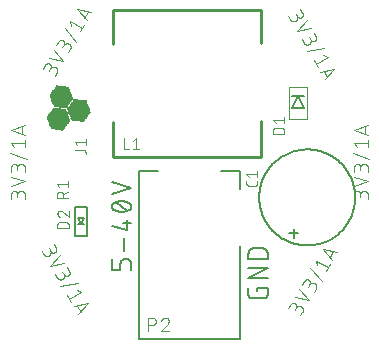
<source format=gbr>
G04 EAGLE Gerber RS-274X export*
G75*
%MOMM*%
%FSLAX34Y34*%
%LPD*%
%INSilkscreen Top*%
%IPPOS*%
%AMOC8*
5,1,8,0,0,1.08239X$1,22.5*%
G01*
%ADD10C,0.101600*%
%ADD11R,0.014731X0.014731*%
%ADD12R,0.147319X0.014731*%
%ADD13R,0.265175X0.014731*%
%ADD14R,0.383031X0.014731*%
%ADD15R,0.515619X0.014731*%
%ADD16R,0.633475X0.014731*%
%ADD17R,0.751331X0.014731*%
%ADD18R,0.883919X0.014731*%
%ADD19R,1.001775X0.014731*%
%ADD20R,1.119631X0.014731*%
%ADD21R,1.134363X0.014731*%
%ADD22R,1.149094X0.014731*%
%ADD23R,1.163825X0.014731*%
%ADD24R,1.178556X0.014731*%
%ADD25R,1.193288X0.014731*%
%ADD26R,1.222756X0.014731*%
%ADD27R,1.237488X0.014731*%
%ADD28R,1.266950X0.014731*%
%ADD29R,1.281681X0.014731*%
%ADD30R,1.311144X0.014731*%
%ADD31R,1.325881X0.014731*%
%ADD32R,1.355344X0.014731*%
%ADD33R,1.370075X0.014731*%
%ADD34R,1.384806X0.014731*%
%ADD35R,1.399538X0.014731*%
%ADD36R,1.414275X0.014731*%
%ADD37R,1.443738X0.014731*%
%ADD38R,1.458469X0.014731*%
%ADD39R,1.487931X0.014731*%
%ADD40R,1.502663X0.014731*%
%ADD41R,1.517394X0.014731*%
%ADD42R,1.532125X0.014731*%
%ADD43R,1.546856X0.014731*%
%ADD44R,1.576319X0.014731*%
%ADD45R,1.605788X0.014731*%
%ADD46R,1.620519X0.014731*%
%ADD47R,1.649981X0.014731*%
%ADD48R,1.664713X0.014731*%
%ADD49R,1.694175X0.014731*%
%ADD50R,1.708913X0.014731*%
%ADD51R,1.738375X0.014731*%
%ADD52R,1.753106X0.014731*%
%ADD53R,1.767838X0.014731*%
%ADD54R,1.782569X0.014731*%
%ADD55R,1.797306X0.014731*%
%ADD56R,0.117856X0.014731*%
%ADD57R,1.826769X0.014731*%
%ADD58R,0.235713X0.014731*%
%ADD59R,0.353569X0.014731*%
%ADD60R,1.856231X0.014731*%
%ADD61R,0.486156X0.014731*%
%ADD62R,1.870963X0.014731*%
%ADD63R,0.604013X0.014731*%
%ADD64R,0.721869X0.014731*%
%ADD65R,1.885694X0.014731*%
%ADD66R,0.839719X0.014731*%
%ADD67R,0.972306X0.014731*%
%ADD68R,1.090169X0.014731*%
%ADD69R,1.208025X0.014731*%
%ADD70R,1.252219X0.014731*%
%ADD71R,1.296412X0.014731*%
%ADD72R,1.340612X0.014731*%
%ADD73R,1.826763X0.014731*%
%ADD74R,1.414269X0.014731*%
%ADD75R,1.812031X0.014731*%
%ADD76R,1.429000X0.014731*%
%ADD77R,1.458462X0.014731*%
%ADD78R,1.473200X0.014731*%
%ADD79R,1.723644X0.014731*%
%ADD80R,1.694181X0.014731*%
%ADD81R,1.679450X0.014731*%
%ADD82R,1.561594X0.014731*%
%ADD83R,1.576325X0.014731*%
%ADD84R,1.591056X0.014731*%
%ADD85R,1.635250X0.014731*%
%ADD86R,1.561588X0.014731*%
%ADD87R,1.443731X0.014731*%
%ADD88R,1.797300X0.014731*%
%ADD89R,1.841500X0.014731*%
%ADD90R,1.311150X0.014731*%
%ADD91R,1.296419X0.014731*%
%ADD92R,1.193294X0.014731*%
%ADD93R,0.957575X0.014731*%
%ADD94R,0.589281X0.014731*%
%ADD95R,0.471425X0.014731*%
%ADD96R,0.220975X0.014731*%
%ADD97R,1.812038X0.014731*%
%ADD98R,0.103119X0.014731*%
%ADD99R,0.029463X0.014731*%
%ADD100R,0.162050X0.014731*%
%ADD101R,0.397763X0.014731*%
%ADD102R,0.648206X0.014731*%
%ADD103R,1.679444X0.014731*%
%ADD104R,1.016506X0.014731*%
%ADD105R,1.104900X0.014731*%
%ADD106R,1.222750X0.014731*%
%ADD107R,1.429006X0.014731*%
%ADD108R,1.208019X0.014731*%
%ADD109R,0.987044X0.014731*%
%ADD110R,0.854456X0.014731*%
%ADD111R,0.618744X0.014731*%
%ADD112R,0.500888X0.014731*%
%ADD113R,0.368300X0.014731*%
%ADD114R,0.132587X0.014731*%
%ADD115R,1.664719X0.014731*%
%ADD116R,1.075438X0.014731*%
%ADD117R,0.942844X0.014731*%
%ADD118R,0.707131X0.014731*%
%ADD119R,0.456694X0.014731*%
%ADD120R,0.088388X0.014731*%
%ADD121C,0.152400*%
%ADD122C,0.203200*%
%ADD123C,0.076200*%
%ADD124C,0.254000*%
%ADD125C,0.127000*%


D10*
X429698Y469767D02*
X431320Y466956D01*
X431378Y466859D01*
X431440Y466764D01*
X431505Y466671D01*
X431573Y466581D01*
X431644Y466493D01*
X431719Y466407D01*
X431796Y466324D01*
X431876Y466244D01*
X431959Y466167D01*
X432045Y466092D01*
X432133Y466021D01*
X432223Y465953D01*
X432316Y465888D01*
X432411Y465826D01*
X432508Y465768D01*
X432607Y465713D01*
X432708Y465662D01*
X432811Y465614D01*
X432915Y465569D01*
X433021Y465529D01*
X433128Y465492D01*
X433236Y465459D01*
X433346Y465429D01*
X433456Y465404D01*
X433567Y465382D01*
X433679Y465365D01*
X433792Y465351D01*
X433905Y465341D01*
X434018Y465335D01*
X434131Y465333D01*
X434244Y465335D01*
X434357Y465341D01*
X434470Y465351D01*
X434583Y465365D01*
X434695Y465382D01*
X434806Y465404D01*
X434916Y465429D01*
X435026Y465459D01*
X435134Y465492D01*
X435241Y465529D01*
X435347Y465569D01*
X435451Y465614D01*
X435554Y465662D01*
X435655Y465713D01*
X435754Y465768D01*
X435851Y465826D01*
X435946Y465888D01*
X436039Y465953D01*
X436129Y466021D01*
X436217Y466092D01*
X436303Y466167D01*
X436386Y466244D01*
X436466Y466324D01*
X436543Y466407D01*
X436618Y466493D01*
X436689Y466581D01*
X436757Y466671D01*
X436822Y466764D01*
X436884Y466859D01*
X436942Y466956D01*
X436997Y467055D01*
X437048Y467156D01*
X437096Y467259D01*
X437141Y467363D01*
X437181Y467469D01*
X437218Y467576D01*
X437251Y467684D01*
X437281Y467794D01*
X437306Y467904D01*
X437328Y468015D01*
X437345Y468127D01*
X437359Y468240D01*
X437369Y468353D01*
X437375Y468466D01*
X437377Y468579D01*
X437375Y468692D01*
X437369Y468805D01*
X437359Y468918D01*
X437345Y469031D01*
X437328Y469143D01*
X437306Y469254D01*
X437281Y469364D01*
X437251Y469474D01*
X437218Y469582D01*
X437181Y469689D01*
X437141Y469795D01*
X437096Y469899D01*
X437048Y470002D01*
X436997Y470103D01*
X436942Y470202D01*
X441763Y472236D02*
X439816Y475609D01*
X441764Y472237D02*
X441813Y472148D01*
X441858Y472058D01*
X441900Y471967D01*
X441938Y471873D01*
X441972Y471779D01*
X442003Y471683D01*
X442030Y471586D01*
X442053Y471488D01*
X442073Y471389D01*
X442088Y471289D01*
X442100Y471189D01*
X442108Y471089D01*
X442112Y470988D01*
X442112Y470888D01*
X442108Y470787D01*
X442100Y470687D01*
X442088Y470587D01*
X442073Y470487D01*
X442053Y470388D01*
X442030Y470290D01*
X442003Y470193D01*
X441972Y470097D01*
X441938Y470003D01*
X441900Y469909D01*
X441858Y469818D01*
X441813Y469728D01*
X441764Y469640D01*
X441712Y469553D01*
X441657Y469469D01*
X441598Y469387D01*
X441536Y469308D01*
X441472Y469230D01*
X441404Y469156D01*
X441333Y469084D01*
X441260Y469015D01*
X441184Y468949D01*
X441106Y468885D01*
X441025Y468825D01*
X440942Y468768D01*
X440857Y468715D01*
X440770Y468664D01*
X440681Y468617D01*
X440590Y468574D01*
X440497Y468534D01*
X440403Y468498D01*
X440308Y468465D01*
X440211Y468436D01*
X440114Y468411D01*
X440015Y468390D01*
X439916Y468372D01*
X439816Y468359D01*
X439716Y468349D01*
X439616Y468343D01*
X439515Y468341D01*
X439414Y468343D01*
X439314Y468349D01*
X439214Y468359D01*
X439114Y468372D01*
X439015Y468390D01*
X438916Y468411D01*
X438819Y468436D01*
X438722Y468465D01*
X438627Y468498D01*
X438533Y468534D01*
X438440Y468574D01*
X438349Y468617D01*
X438260Y468664D01*
X438173Y468715D01*
X438088Y468768D01*
X438005Y468825D01*
X437924Y468885D01*
X437846Y468949D01*
X437770Y469015D01*
X437697Y469084D01*
X437626Y469156D01*
X437558Y469230D01*
X437494Y469308D01*
X437432Y469387D01*
X437373Y469469D01*
X437318Y469553D01*
X437266Y469640D01*
X435968Y471888D01*
X445207Y466273D02*
X437035Y457058D01*
X449101Y459527D01*
X441127Y449970D02*
X442750Y447159D01*
X442808Y447062D01*
X442870Y446967D01*
X442935Y446874D01*
X443003Y446784D01*
X443074Y446696D01*
X443149Y446610D01*
X443226Y446527D01*
X443306Y446447D01*
X443389Y446370D01*
X443475Y446295D01*
X443563Y446224D01*
X443653Y446156D01*
X443746Y446091D01*
X443841Y446029D01*
X443938Y445971D01*
X444037Y445916D01*
X444138Y445865D01*
X444241Y445817D01*
X444345Y445772D01*
X444451Y445732D01*
X444558Y445695D01*
X444666Y445662D01*
X444776Y445632D01*
X444886Y445607D01*
X444997Y445585D01*
X445109Y445568D01*
X445222Y445554D01*
X445335Y445544D01*
X445448Y445538D01*
X445561Y445536D01*
X445674Y445538D01*
X445787Y445544D01*
X445900Y445554D01*
X446013Y445568D01*
X446125Y445585D01*
X446236Y445607D01*
X446346Y445632D01*
X446456Y445662D01*
X446564Y445695D01*
X446671Y445732D01*
X446777Y445772D01*
X446881Y445817D01*
X446984Y445865D01*
X447085Y445916D01*
X447184Y445971D01*
X447281Y446029D01*
X447376Y446091D01*
X447469Y446156D01*
X447559Y446224D01*
X447647Y446295D01*
X447733Y446370D01*
X447816Y446447D01*
X447896Y446527D01*
X447973Y446610D01*
X448048Y446696D01*
X448119Y446784D01*
X448187Y446874D01*
X448252Y446967D01*
X448314Y447062D01*
X448372Y447159D01*
X448427Y447258D01*
X448478Y447359D01*
X448526Y447462D01*
X448571Y447566D01*
X448611Y447672D01*
X448648Y447779D01*
X448681Y447887D01*
X448711Y447997D01*
X448736Y448107D01*
X448758Y448218D01*
X448775Y448330D01*
X448789Y448443D01*
X448799Y448556D01*
X448805Y448669D01*
X448807Y448782D01*
X448805Y448895D01*
X448799Y449008D01*
X448789Y449121D01*
X448775Y449234D01*
X448758Y449346D01*
X448736Y449457D01*
X448711Y449567D01*
X448681Y449677D01*
X448648Y449785D01*
X448611Y449892D01*
X448571Y449998D01*
X448526Y450102D01*
X448478Y450205D01*
X448427Y450306D01*
X448372Y450405D01*
X453193Y452439D02*
X451246Y455812D01*
X453194Y452440D02*
X453243Y452351D01*
X453288Y452261D01*
X453330Y452170D01*
X453368Y452076D01*
X453402Y451982D01*
X453433Y451886D01*
X453460Y451789D01*
X453483Y451691D01*
X453503Y451592D01*
X453518Y451492D01*
X453530Y451392D01*
X453538Y451292D01*
X453542Y451191D01*
X453542Y451091D01*
X453538Y450990D01*
X453530Y450890D01*
X453518Y450790D01*
X453503Y450690D01*
X453483Y450591D01*
X453460Y450493D01*
X453433Y450396D01*
X453402Y450300D01*
X453368Y450206D01*
X453330Y450112D01*
X453288Y450021D01*
X453243Y449931D01*
X453194Y449843D01*
X453142Y449756D01*
X453087Y449672D01*
X453028Y449590D01*
X452966Y449511D01*
X452902Y449433D01*
X452834Y449359D01*
X452763Y449287D01*
X452690Y449218D01*
X452614Y449152D01*
X452536Y449088D01*
X452455Y449028D01*
X452372Y448971D01*
X452287Y448918D01*
X452200Y448867D01*
X452111Y448820D01*
X452020Y448777D01*
X451927Y448737D01*
X451833Y448701D01*
X451738Y448668D01*
X451641Y448639D01*
X451544Y448614D01*
X451445Y448593D01*
X451346Y448575D01*
X451246Y448562D01*
X451146Y448552D01*
X451046Y448546D01*
X450945Y448544D01*
X450844Y448546D01*
X450744Y448552D01*
X450644Y448562D01*
X450544Y448575D01*
X450445Y448593D01*
X450346Y448614D01*
X450249Y448639D01*
X450152Y448668D01*
X450057Y448701D01*
X449963Y448737D01*
X449870Y448777D01*
X449779Y448820D01*
X449690Y448867D01*
X449603Y448918D01*
X449518Y448971D01*
X449435Y449028D01*
X449354Y449088D01*
X449276Y449152D01*
X449200Y449218D01*
X449127Y449287D01*
X449056Y449359D01*
X448988Y449433D01*
X448924Y449511D01*
X448862Y449590D01*
X448803Y449672D01*
X448748Y449756D01*
X448696Y449843D01*
X448696Y449842D02*
X447398Y452091D01*
X445471Y439850D02*
X460435Y442493D01*
X459284Y436696D02*
X463156Y435183D01*
X453037Y429341D01*
X451414Y432152D02*
X454660Y426531D01*
X456805Y422816D02*
X468871Y425285D01*
X460699Y416070D01*
X462742Y418374D02*
X459821Y423433D01*
X497242Y318443D02*
X497242Y315198D01*
X497242Y318443D02*
X497240Y318556D01*
X497234Y318669D01*
X497224Y318782D01*
X497210Y318895D01*
X497193Y319007D01*
X497171Y319118D01*
X497146Y319228D01*
X497116Y319338D01*
X497083Y319446D01*
X497046Y319553D01*
X497006Y319659D01*
X496961Y319763D01*
X496913Y319866D01*
X496862Y319967D01*
X496807Y320066D01*
X496749Y320163D01*
X496687Y320258D01*
X496622Y320351D01*
X496554Y320441D01*
X496483Y320529D01*
X496408Y320615D01*
X496331Y320698D01*
X496251Y320778D01*
X496168Y320855D01*
X496082Y320930D01*
X495994Y321001D01*
X495904Y321069D01*
X495811Y321134D01*
X495716Y321196D01*
X495619Y321254D01*
X495520Y321309D01*
X495419Y321360D01*
X495316Y321408D01*
X495212Y321453D01*
X495106Y321493D01*
X494999Y321530D01*
X494891Y321563D01*
X494781Y321593D01*
X494671Y321618D01*
X494560Y321640D01*
X494448Y321657D01*
X494335Y321671D01*
X494222Y321681D01*
X494109Y321687D01*
X493996Y321689D01*
X493883Y321687D01*
X493770Y321681D01*
X493657Y321671D01*
X493544Y321657D01*
X493432Y321640D01*
X493321Y321618D01*
X493211Y321593D01*
X493101Y321563D01*
X492993Y321530D01*
X492886Y321493D01*
X492780Y321453D01*
X492676Y321408D01*
X492573Y321360D01*
X492472Y321309D01*
X492373Y321254D01*
X492276Y321196D01*
X492181Y321134D01*
X492088Y321069D01*
X491998Y321001D01*
X491910Y320930D01*
X491824Y320855D01*
X491741Y320778D01*
X491661Y320698D01*
X491584Y320615D01*
X491509Y320529D01*
X491438Y320441D01*
X491370Y320351D01*
X491305Y320258D01*
X491243Y320163D01*
X491185Y320066D01*
X491130Y319967D01*
X491079Y319866D01*
X491031Y319763D01*
X490986Y319659D01*
X490946Y319553D01*
X490909Y319446D01*
X490876Y319338D01*
X490846Y319228D01*
X490821Y319118D01*
X490799Y319007D01*
X490782Y318895D01*
X490768Y318782D01*
X490758Y318669D01*
X490752Y318556D01*
X490750Y318443D01*
X485558Y319093D02*
X485558Y315198D01*
X485558Y319093D02*
X485560Y319194D01*
X485566Y319294D01*
X485576Y319394D01*
X485589Y319494D01*
X485607Y319593D01*
X485628Y319692D01*
X485653Y319789D01*
X485682Y319886D01*
X485715Y319981D01*
X485751Y320075D01*
X485791Y320167D01*
X485834Y320258D01*
X485881Y320347D01*
X485931Y320434D01*
X485985Y320520D01*
X486042Y320603D01*
X486102Y320683D01*
X486165Y320762D01*
X486232Y320838D01*
X486301Y320911D01*
X486373Y320981D01*
X486447Y321049D01*
X486524Y321114D01*
X486604Y321175D01*
X486686Y321234D01*
X486770Y321289D01*
X486856Y321341D01*
X486944Y321390D01*
X487034Y321435D01*
X487126Y321477D01*
X487219Y321515D01*
X487314Y321549D01*
X487409Y321580D01*
X487506Y321607D01*
X487604Y321630D01*
X487703Y321650D01*
X487803Y321665D01*
X487903Y321677D01*
X488003Y321685D01*
X488104Y321689D01*
X488204Y321689D01*
X488305Y321685D01*
X488405Y321677D01*
X488505Y321665D01*
X488605Y321650D01*
X488704Y321630D01*
X488802Y321607D01*
X488899Y321580D01*
X488994Y321549D01*
X489089Y321515D01*
X489182Y321477D01*
X489274Y321435D01*
X489364Y321390D01*
X489452Y321341D01*
X489538Y321289D01*
X489622Y321234D01*
X489704Y321175D01*
X489784Y321114D01*
X489861Y321049D01*
X489935Y320981D01*
X490007Y320911D01*
X490076Y320838D01*
X490143Y320762D01*
X490206Y320683D01*
X490266Y320603D01*
X490323Y320520D01*
X490377Y320434D01*
X490427Y320347D01*
X490474Y320258D01*
X490517Y320167D01*
X490557Y320075D01*
X490593Y319981D01*
X490626Y319886D01*
X490655Y319789D01*
X490680Y319692D01*
X490701Y319593D01*
X490719Y319494D01*
X490732Y319394D01*
X490742Y319294D01*
X490748Y319194D01*
X490750Y319093D01*
X490751Y319093D02*
X490751Y316496D01*
X485558Y325979D02*
X497242Y329873D01*
X485558Y333768D01*
X497242Y338058D02*
X497242Y341303D01*
X497240Y341416D01*
X497234Y341529D01*
X497224Y341642D01*
X497210Y341755D01*
X497193Y341867D01*
X497171Y341978D01*
X497146Y342088D01*
X497116Y342198D01*
X497083Y342306D01*
X497046Y342413D01*
X497006Y342519D01*
X496961Y342623D01*
X496913Y342726D01*
X496862Y342827D01*
X496807Y342926D01*
X496749Y343023D01*
X496687Y343118D01*
X496622Y343211D01*
X496554Y343301D01*
X496483Y343389D01*
X496408Y343475D01*
X496331Y343558D01*
X496251Y343638D01*
X496168Y343715D01*
X496082Y343790D01*
X495994Y343861D01*
X495904Y343929D01*
X495811Y343994D01*
X495716Y344056D01*
X495619Y344114D01*
X495520Y344169D01*
X495419Y344220D01*
X495316Y344268D01*
X495212Y344313D01*
X495106Y344353D01*
X494999Y344390D01*
X494891Y344423D01*
X494781Y344453D01*
X494671Y344478D01*
X494560Y344500D01*
X494448Y344517D01*
X494335Y344531D01*
X494222Y344541D01*
X494109Y344547D01*
X493996Y344549D01*
X493883Y344547D01*
X493770Y344541D01*
X493657Y344531D01*
X493544Y344517D01*
X493432Y344500D01*
X493321Y344478D01*
X493211Y344453D01*
X493101Y344423D01*
X492993Y344390D01*
X492886Y344353D01*
X492780Y344313D01*
X492676Y344268D01*
X492573Y344220D01*
X492472Y344169D01*
X492373Y344114D01*
X492276Y344056D01*
X492181Y343994D01*
X492088Y343929D01*
X491998Y343861D01*
X491910Y343790D01*
X491824Y343715D01*
X491741Y343638D01*
X491661Y343558D01*
X491584Y343475D01*
X491509Y343389D01*
X491438Y343301D01*
X491370Y343211D01*
X491305Y343118D01*
X491243Y343023D01*
X491185Y342926D01*
X491130Y342827D01*
X491079Y342726D01*
X491031Y342623D01*
X490986Y342519D01*
X490946Y342413D01*
X490909Y342306D01*
X490876Y342198D01*
X490846Y342088D01*
X490821Y341978D01*
X490799Y341867D01*
X490782Y341755D01*
X490768Y341642D01*
X490758Y341529D01*
X490752Y341416D01*
X490750Y341303D01*
X485558Y341953D02*
X485558Y338058D01*
X485558Y341953D02*
X485560Y342054D01*
X485566Y342154D01*
X485576Y342254D01*
X485589Y342354D01*
X485607Y342453D01*
X485628Y342552D01*
X485653Y342649D01*
X485682Y342746D01*
X485715Y342841D01*
X485751Y342935D01*
X485791Y343027D01*
X485834Y343118D01*
X485881Y343207D01*
X485931Y343294D01*
X485985Y343380D01*
X486042Y343463D01*
X486102Y343543D01*
X486165Y343622D01*
X486232Y343698D01*
X486301Y343771D01*
X486373Y343841D01*
X486447Y343909D01*
X486524Y343974D01*
X486604Y344035D01*
X486686Y344094D01*
X486770Y344149D01*
X486856Y344201D01*
X486944Y344250D01*
X487034Y344295D01*
X487126Y344337D01*
X487219Y344375D01*
X487314Y344409D01*
X487409Y344440D01*
X487506Y344467D01*
X487604Y344490D01*
X487703Y344510D01*
X487803Y344525D01*
X487903Y344537D01*
X488003Y344545D01*
X488104Y344549D01*
X488204Y344549D01*
X488305Y344545D01*
X488405Y344537D01*
X488505Y344525D01*
X488605Y344510D01*
X488704Y344490D01*
X488802Y344467D01*
X488899Y344440D01*
X488994Y344409D01*
X489089Y344375D01*
X489182Y344337D01*
X489274Y344295D01*
X489364Y344250D01*
X489452Y344201D01*
X489538Y344149D01*
X489622Y344094D01*
X489704Y344035D01*
X489784Y343974D01*
X489861Y343909D01*
X489935Y343841D01*
X490007Y343771D01*
X490076Y343698D01*
X490143Y343622D01*
X490206Y343543D01*
X490266Y343463D01*
X490323Y343380D01*
X490377Y343294D01*
X490427Y343207D01*
X490474Y343118D01*
X490517Y343027D01*
X490557Y342935D01*
X490593Y342841D01*
X490626Y342746D01*
X490655Y342649D01*
X490680Y342552D01*
X490701Y342453D01*
X490719Y342354D01*
X490732Y342254D01*
X490742Y342154D01*
X490748Y342054D01*
X490750Y341953D01*
X490751Y341953D02*
X490751Y339356D01*
X498540Y348994D02*
X484260Y354187D01*
X488154Y358632D02*
X485558Y361877D01*
X497242Y361877D01*
X497242Y358632D02*
X497242Y365123D01*
X497242Y369413D02*
X485558Y373307D01*
X497242Y377202D01*
X494321Y376228D02*
X494321Y370386D01*
X441693Y219284D02*
X440070Y216473D01*
X441693Y219284D02*
X441748Y219383D01*
X441799Y219484D01*
X441847Y219587D01*
X441892Y219691D01*
X441932Y219797D01*
X441969Y219904D01*
X442002Y220012D01*
X442032Y220122D01*
X442057Y220232D01*
X442079Y220343D01*
X442096Y220455D01*
X442110Y220568D01*
X442120Y220681D01*
X442126Y220794D01*
X442128Y220907D01*
X442126Y221020D01*
X442120Y221133D01*
X442110Y221246D01*
X442096Y221359D01*
X442079Y221471D01*
X442057Y221582D01*
X442032Y221692D01*
X442002Y221802D01*
X441969Y221910D01*
X441932Y222017D01*
X441892Y222123D01*
X441847Y222227D01*
X441799Y222330D01*
X441748Y222431D01*
X441693Y222530D01*
X441635Y222627D01*
X441573Y222722D01*
X441508Y222815D01*
X441440Y222905D01*
X441369Y222993D01*
X441294Y223079D01*
X441217Y223162D01*
X441137Y223242D01*
X441054Y223319D01*
X440968Y223394D01*
X440880Y223465D01*
X440790Y223533D01*
X440697Y223598D01*
X440602Y223660D01*
X440505Y223718D01*
X440406Y223773D01*
X440305Y223824D01*
X440202Y223872D01*
X440098Y223917D01*
X439992Y223957D01*
X439885Y223994D01*
X439777Y224027D01*
X439667Y224057D01*
X439557Y224082D01*
X439446Y224104D01*
X439334Y224121D01*
X439221Y224135D01*
X439108Y224145D01*
X438995Y224151D01*
X438882Y224153D01*
X438769Y224151D01*
X438656Y224145D01*
X438543Y224135D01*
X438430Y224121D01*
X438318Y224104D01*
X438207Y224082D01*
X438097Y224057D01*
X437987Y224027D01*
X437879Y223994D01*
X437772Y223957D01*
X437666Y223917D01*
X437562Y223872D01*
X437459Y223824D01*
X437358Y223773D01*
X437259Y223718D01*
X437162Y223660D01*
X437067Y223598D01*
X436974Y223533D01*
X436884Y223465D01*
X436796Y223394D01*
X436710Y223319D01*
X436627Y223242D01*
X436547Y223162D01*
X436470Y223079D01*
X436395Y222993D01*
X436324Y222905D01*
X436256Y222815D01*
X436191Y222722D01*
X436129Y222627D01*
X436071Y222530D01*
X431899Y225688D02*
X429952Y222315D01*
X431899Y225688D02*
X431951Y225774D01*
X432006Y225858D01*
X432065Y225940D01*
X432126Y226020D01*
X432191Y226097D01*
X432259Y226171D01*
X432329Y226243D01*
X432402Y226312D01*
X432478Y226379D01*
X432557Y226442D01*
X432637Y226502D01*
X432720Y226559D01*
X432806Y226613D01*
X432893Y226663D01*
X432982Y226710D01*
X433073Y226753D01*
X433165Y226793D01*
X433259Y226829D01*
X433354Y226862D01*
X433451Y226891D01*
X433548Y226916D01*
X433647Y226937D01*
X433746Y226955D01*
X433846Y226968D01*
X433946Y226978D01*
X434046Y226984D01*
X434147Y226986D01*
X434248Y226984D01*
X434348Y226978D01*
X434448Y226968D01*
X434548Y226955D01*
X434647Y226937D01*
X434746Y226916D01*
X434843Y226891D01*
X434940Y226862D01*
X435035Y226829D01*
X435129Y226793D01*
X435221Y226753D01*
X435312Y226710D01*
X435401Y226663D01*
X435488Y226613D01*
X435574Y226559D01*
X435657Y226502D01*
X435737Y226442D01*
X435816Y226379D01*
X435892Y226312D01*
X435965Y226243D01*
X436035Y226171D01*
X436103Y226097D01*
X436168Y226020D01*
X436229Y225940D01*
X436288Y225858D01*
X436343Y225774D01*
X436395Y225688D01*
X436444Y225600D01*
X436489Y225510D01*
X436531Y225418D01*
X436569Y225325D01*
X436603Y225230D01*
X436634Y225135D01*
X436661Y225038D01*
X436684Y224940D01*
X436704Y224841D01*
X436719Y224741D01*
X436731Y224641D01*
X436739Y224541D01*
X436743Y224440D01*
X436743Y224340D01*
X436739Y224239D01*
X436731Y224139D01*
X436719Y224039D01*
X436704Y223939D01*
X436684Y223840D01*
X436661Y223742D01*
X436634Y223645D01*
X436603Y223550D01*
X436569Y223455D01*
X436531Y223362D01*
X436489Y223270D01*
X436444Y223180D01*
X436395Y223092D01*
X436396Y223092D02*
X435098Y220843D01*
X435342Y231652D02*
X447408Y229183D01*
X439237Y238397D01*
X451500Y236271D02*
X453123Y239081D01*
X453178Y239180D01*
X453229Y239281D01*
X453277Y239384D01*
X453322Y239488D01*
X453362Y239594D01*
X453399Y239701D01*
X453432Y239809D01*
X453462Y239919D01*
X453487Y240029D01*
X453509Y240140D01*
X453526Y240252D01*
X453540Y240365D01*
X453550Y240478D01*
X453556Y240591D01*
X453558Y240704D01*
X453556Y240817D01*
X453550Y240930D01*
X453540Y241043D01*
X453526Y241156D01*
X453509Y241268D01*
X453487Y241379D01*
X453462Y241489D01*
X453432Y241599D01*
X453399Y241707D01*
X453362Y241814D01*
X453322Y241920D01*
X453277Y242024D01*
X453229Y242127D01*
X453178Y242228D01*
X453123Y242327D01*
X453065Y242424D01*
X453003Y242519D01*
X452938Y242612D01*
X452870Y242702D01*
X452799Y242790D01*
X452724Y242876D01*
X452647Y242959D01*
X452567Y243039D01*
X452484Y243116D01*
X452398Y243191D01*
X452310Y243262D01*
X452220Y243330D01*
X452127Y243395D01*
X452032Y243457D01*
X451935Y243515D01*
X451836Y243570D01*
X451735Y243621D01*
X451632Y243669D01*
X451528Y243714D01*
X451422Y243754D01*
X451315Y243791D01*
X451207Y243824D01*
X451097Y243854D01*
X450987Y243879D01*
X450876Y243901D01*
X450764Y243918D01*
X450651Y243932D01*
X450538Y243942D01*
X450425Y243948D01*
X450312Y243950D01*
X450199Y243948D01*
X450086Y243942D01*
X449973Y243932D01*
X449860Y243918D01*
X449748Y243901D01*
X449637Y243879D01*
X449527Y243854D01*
X449417Y243824D01*
X449309Y243791D01*
X449202Y243754D01*
X449096Y243714D01*
X448992Y243669D01*
X448889Y243621D01*
X448788Y243570D01*
X448689Y243515D01*
X448592Y243457D01*
X448497Y243395D01*
X448404Y243330D01*
X448314Y243262D01*
X448226Y243191D01*
X448140Y243116D01*
X448057Y243039D01*
X447977Y242959D01*
X447900Y242876D01*
X447825Y242790D01*
X447754Y242702D01*
X447686Y242612D01*
X447621Y242519D01*
X447559Y242424D01*
X447501Y242327D01*
X443329Y245485D02*
X441381Y242113D01*
X443329Y245485D02*
X443381Y245571D01*
X443436Y245655D01*
X443495Y245737D01*
X443556Y245817D01*
X443621Y245894D01*
X443689Y245968D01*
X443759Y246040D01*
X443832Y246109D01*
X443908Y246176D01*
X443987Y246239D01*
X444067Y246299D01*
X444150Y246356D01*
X444236Y246410D01*
X444323Y246460D01*
X444412Y246507D01*
X444503Y246550D01*
X444595Y246590D01*
X444689Y246626D01*
X444784Y246659D01*
X444881Y246688D01*
X444978Y246713D01*
X445077Y246734D01*
X445176Y246752D01*
X445276Y246765D01*
X445376Y246775D01*
X445476Y246781D01*
X445577Y246783D01*
X445678Y246781D01*
X445778Y246775D01*
X445878Y246765D01*
X445978Y246752D01*
X446077Y246734D01*
X446176Y246713D01*
X446273Y246688D01*
X446370Y246659D01*
X446465Y246626D01*
X446559Y246590D01*
X446651Y246550D01*
X446742Y246507D01*
X446831Y246460D01*
X446918Y246410D01*
X447004Y246356D01*
X447087Y246299D01*
X447167Y246239D01*
X447246Y246176D01*
X447322Y246109D01*
X447395Y246040D01*
X447465Y245968D01*
X447533Y245894D01*
X447598Y245817D01*
X447659Y245737D01*
X447718Y245655D01*
X447773Y245571D01*
X447825Y245485D01*
X447874Y245397D01*
X447919Y245307D01*
X447961Y245215D01*
X447999Y245122D01*
X448033Y245027D01*
X448064Y244932D01*
X448091Y244835D01*
X448114Y244737D01*
X448134Y244638D01*
X448149Y244538D01*
X448161Y244438D01*
X448169Y244338D01*
X448173Y244237D01*
X448173Y244137D01*
X448169Y244036D01*
X448161Y243936D01*
X448149Y243836D01*
X448134Y243736D01*
X448114Y243637D01*
X448091Y243539D01*
X448064Y243442D01*
X448033Y243347D01*
X447999Y243252D01*
X447961Y243159D01*
X447919Y243067D01*
X447874Y242977D01*
X447825Y242889D01*
X447826Y242889D02*
X446528Y240640D01*
X458092Y245092D02*
X448322Y256730D01*
X453917Y258632D02*
X453291Y262741D01*
X463410Y256899D01*
X461787Y254088D02*
X465033Y259710D01*
X467177Y263425D02*
X459006Y272639D01*
X471072Y270170D01*
X468056Y270788D02*
X465135Y265728D01*
X222519Y268084D02*
X220896Y270894D01*
X222518Y268083D02*
X222576Y267986D01*
X222638Y267891D01*
X222703Y267798D01*
X222771Y267708D01*
X222842Y267620D01*
X222917Y267534D01*
X222994Y267451D01*
X223074Y267371D01*
X223157Y267294D01*
X223243Y267219D01*
X223331Y267148D01*
X223421Y267080D01*
X223514Y267015D01*
X223609Y266953D01*
X223706Y266895D01*
X223805Y266840D01*
X223906Y266789D01*
X224009Y266741D01*
X224113Y266696D01*
X224219Y266656D01*
X224326Y266619D01*
X224434Y266586D01*
X224544Y266556D01*
X224654Y266531D01*
X224765Y266509D01*
X224877Y266492D01*
X224990Y266478D01*
X225103Y266468D01*
X225216Y266462D01*
X225329Y266460D01*
X225442Y266462D01*
X225555Y266468D01*
X225668Y266478D01*
X225781Y266492D01*
X225893Y266509D01*
X226004Y266531D01*
X226114Y266556D01*
X226224Y266586D01*
X226332Y266619D01*
X226439Y266656D01*
X226545Y266696D01*
X226649Y266741D01*
X226752Y266789D01*
X226853Y266840D01*
X226952Y266895D01*
X227049Y266953D01*
X227144Y267015D01*
X227237Y267080D01*
X227327Y267148D01*
X227415Y267219D01*
X227501Y267294D01*
X227584Y267371D01*
X227664Y267451D01*
X227741Y267534D01*
X227816Y267620D01*
X227887Y267708D01*
X227955Y267798D01*
X228020Y267891D01*
X228082Y267986D01*
X228140Y268083D01*
X228195Y268182D01*
X228246Y268283D01*
X228294Y268386D01*
X228339Y268490D01*
X228379Y268596D01*
X228416Y268703D01*
X228449Y268811D01*
X228479Y268921D01*
X228504Y269031D01*
X228526Y269142D01*
X228543Y269254D01*
X228557Y269367D01*
X228567Y269480D01*
X228573Y269593D01*
X228575Y269706D01*
X228573Y269819D01*
X228567Y269932D01*
X228557Y270045D01*
X228543Y270158D01*
X228526Y270270D01*
X228504Y270381D01*
X228479Y270491D01*
X228449Y270601D01*
X228416Y270709D01*
X228379Y270816D01*
X228339Y270922D01*
X228294Y271026D01*
X228246Y271129D01*
X228195Y271230D01*
X228140Y271329D01*
X232962Y273363D02*
X231015Y276736D01*
X232962Y273364D02*
X233011Y273275D01*
X233056Y273185D01*
X233098Y273094D01*
X233136Y273000D01*
X233170Y272906D01*
X233201Y272810D01*
X233228Y272713D01*
X233251Y272615D01*
X233271Y272516D01*
X233286Y272416D01*
X233298Y272316D01*
X233306Y272216D01*
X233310Y272115D01*
X233310Y272015D01*
X233306Y271914D01*
X233298Y271814D01*
X233286Y271714D01*
X233271Y271614D01*
X233251Y271515D01*
X233228Y271417D01*
X233201Y271320D01*
X233170Y271224D01*
X233136Y271130D01*
X233098Y271036D01*
X233056Y270945D01*
X233011Y270855D01*
X232962Y270767D01*
X232910Y270680D01*
X232855Y270596D01*
X232796Y270514D01*
X232734Y270435D01*
X232670Y270357D01*
X232602Y270283D01*
X232531Y270211D01*
X232458Y270142D01*
X232382Y270076D01*
X232304Y270012D01*
X232223Y269952D01*
X232140Y269895D01*
X232055Y269842D01*
X231968Y269791D01*
X231879Y269744D01*
X231788Y269701D01*
X231695Y269661D01*
X231601Y269625D01*
X231506Y269592D01*
X231409Y269563D01*
X231312Y269538D01*
X231213Y269517D01*
X231114Y269499D01*
X231014Y269486D01*
X230914Y269476D01*
X230814Y269470D01*
X230713Y269468D01*
X230612Y269470D01*
X230512Y269476D01*
X230412Y269486D01*
X230312Y269499D01*
X230213Y269517D01*
X230114Y269538D01*
X230017Y269563D01*
X229920Y269592D01*
X229825Y269625D01*
X229731Y269661D01*
X229638Y269701D01*
X229547Y269744D01*
X229458Y269791D01*
X229371Y269842D01*
X229286Y269895D01*
X229203Y269952D01*
X229122Y270012D01*
X229044Y270076D01*
X228968Y270142D01*
X228895Y270211D01*
X228824Y270283D01*
X228756Y270357D01*
X228692Y270435D01*
X228630Y270514D01*
X228571Y270596D01*
X228516Y270680D01*
X228464Y270767D01*
X228465Y270767D02*
X227166Y273016D01*
X236405Y267400D02*
X228234Y258185D01*
X240300Y260654D01*
X232326Y251097D02*
X233949Y248286D01*
X233948Y248286D02*
X234006Y248189D01*
X234068Y248094D01*
X234133Y248001D01*
X234201Y247911D01*
X234272Y247823D01*
X234347Y247737D01*
X234424Y247654D01*
X234504Y247574D01*
X234587Y247497D01*
X234673Y247422D01*
X234761Y247351D01*
X234851Y247283D01*
X234944Y247218D01*
X235039Y247156D01*
X235136Y247098D01*
X235235Y247043D01*
X235336Y246992D01*
X235439Y246944D01*
X235543Y246899D01*
X235649Y246859D01*
X235756Y246822D01*
X235864Y246789D01*
X235974Y246759D01*
X236084Y246734D01*
X236195Y246712D01*
X236307Y246695D01*
X236420Y246681D01*
X236533Y246671D01*
X236646Y246665D01*
X236759Y246663D01*
X236872Y246665D01*
X236985Y246671D01*
X237098Y246681D01*
X237211Y246695D01*
X237323Y246712D01*
X237434Y246734D01*
X237544Y246759D01*
X237654Y246789D01*
X237762Y246822D01*
X237869Y246859D01*
X237975Y246899D01*
X238079Y246944D01*
X238182Y246992D01*
X238283Y247043D01*
X238382Y247098D01*
X238479Y247156D01*
X238574Y247218D01*
X238667Y247283D01*
X238757Y247351D01*
X238845Y247422D01*
X238931Y247497D01*
X239014Y247574D01*
X239094Y247654D01*
X239171Y247737D01*
X239246Y247823D01*
X239317Y247911D01*
X239385Y248001D01*
X239450Y248094D01*
X239512Y248189D01*
X239570Y248286D01*
X239625Y248385D01*
X239676Y248486D01*
X239724Y248589D01*
X239769Y248693D01*
X239809Y248799D01*
X239846Y248906D01*
X239879Y249014D01*
X239909Y249124D01*
X239934Y249234D01*
X239956Y249345D01*
X239973Y249457D01*
X239987Y249570D01*
X239997Y249683D01*
X240003Y249796D01*
X240005Y249909D01*
X240003Y250022D01*
X239997Y250135D01*
X239987Y250248D01*
X239973Y250361D01*
X239956Y250473D01*
X239934Y250584D01*
X239909Y250694D01*
X239879Y250804D01*
X239846Y250912D01*
X239809Y251019D01*
X239769Y251125D01*
X239724Y251229D01*
X239676Y251332D01*
X239625Y251433D01*
X239570Y251532D01*
X244392Y253566D02*
X242444Y256939D01*
X244392Y253567D02*
X244441Y253478D01*
X244486Y253388D01*
X244528Y253297D01*
X244566Y253203D01*
X244600Y253109D01*
X244631Y253013D01*
X244658Y252916D01*
X244681Y252818D01*
X244701Y252719D01*
X244716Y252619D01*
X244728Y252519D01*
X244736Y252419D01*
X244740Y252318D01*
X244740Y252218D01*
X244736Y252117D01*
X244728Y252017D01*
X244716Y251917D01*
X244701Y251817D01*
X244681Y251718D01*
X244658Y251620D01*
X244631Y251523D01*
X244600Y251427D01*
X244566Y251333D01*
X244528Y251239D01*
X244486Y251148D01*
X244441Y251058D01*
X244392Y250970D01*
X244340Y250883D01*
X244285Y250799D01*
X244226Y250717D01*
X244164Y250638D01*
X244100Y250560D01*
X244032Y250486D01*
X243961Y250414D01*
X243888Y250345D01*
X243812Y250279D01*
X243734Y250215D01*
X243653Y250155D01*
X243570Y250098D01*
X243485Y250045D01*
X243398Y249994D01*
X243309Y249947D01*
X243218Y249904D01*
X243125Y249864D01*
X243031Y249828D01*
X242936Y249795D01*
X242839Y249766D01*
X242742Y249741D01*
X242643Y249720D01*
X242544Y249702D01*
X242444Y249689D01*
X242344Y249679D01*
X242244Y249673D01*
X242143Y249671D01*
X242042Y249673D01*
X241942Y249679D01*
X241842Y249689D01*
X241742Y249702D01*
X241643Y249720D01*
X241544Y249741D01*
X241447Y249766D01*
X241350Y249795D01*
X241255Y249828D01*
X241161Y249864D01*
X241068Y249904D01*
X240977Y249947D01*
X240888Y249994D01*
X240801Y250045D01*
X240716Y250098D01*
X240633Y250155D01*
X240552Y250215D01*
X240474Y250279D01*
X240398Y250345D01*
X240325Y250414D01*
X240254Y250486D01*
X240186Y250560D01*
X240122Y250638D01*
X240060Y250717D01*
X240001Y250799D01*
X239946Y250883D01*
X239894Y250970D01*
X239895Y250970D02*
X238596Y253218D01*
X236670Y240977D02*
X251633Y243620D01*
X250483Y237823D02*
X254354Y236311D01*
X244236Y230469D01*
X242613Y233279D02*
X245858Y227658D01*
X248003Y223943D02*
X260069Y226412D01*
X251898Y217197D01*
X253941Y219501D02*
X251020Y224560D01*
X206842Y315198D02*
X206842Y318443D01*
X206840Y318556D01*
X206834Y318669D01*
X206824Y318782D01*
X206810Y318895D01*
X206793Y319007D01*
X206771Y319118D01*
X206746Y319228D01*
X206716Y319338D01*
X206683Y319446D01*
X206646Y319553D01*
X206606Y319659D01*
X206561Y319763D01*
X206513Y319866D01*
X206462Y319967D01*
X206407Y320066D01*
X206349Y320163D01*
X206287Y320258D01*
X206222Y320351D01*
X206154Y320441D01*
X206083Y320529D01*
X206008Y320615D01*
X205931Y320698D01*
X205851Y320778D01*
X205768Y320855D01*
X205682Y320930D01*
X205594Y321001D01*
X205504Y321069D01*
X205411Y321134D01*
X205316Y321196D01*
X205219Y321254D01*
X205120Y321309D01*
X205019Y321360D01*
X204916Y321408D01*
X204812Y321453D01*
X204706Y321493D01*
X204599Y321530D01*
X204491Y321563D01*
X204381Y321593D01*
X204271Y321618D01*
X204160Y321640D01*
X204048Y321657D01*
X203935Y321671D01*
X203822Y321681D01*
X203709Y321687D01*
X203596Y321689D01*
X203483Y321687D01*
X203370Y321681D01*
X203257Y321671D01*
X203144Y321657D01*
X203032Y321640D01*
X202921Y321618D01*
X202811Y321593D01*
X202701Y321563D01*
X202593Y321530D01*
X202486Y321493D01*
X202380Y321453D01*
X202276Y321408D01*
X202173Y321360D01*
X202072Y321309D01*
X201973Y321254D01*
X201876Y321196D01*
X201781Y321134D01*
X201688Y321069D01*
X201598Y321001D01*
X201510Y320930D01*
X201424Y320855D01*
X201341Y320778D01*
X201261Y320698D01*
X201184Y320615D01*
X201109Y320529D01*
X201038Y320441D01*
X200970Y320351D01*
X200905Y320258D01*
X200843Y320163D01*
X200785Y320066D01*
X200730Y319967D01*
X200679Y319866D01*
X200631Y319763D01*
X200586Y319659D01*
X200546Y319553D01*
X200509Y319446D01*
X200476Y319338D01*
X200446Y319228D01*
X200421Y319118D01*
X200399Y319007D01*
X200382Y318895D01*
X200368Y318782D01*
X200358Y318669D01*
X200352Y318556D01*
X200350Y318443D01*
X195158Y319093D02*
X195158Y315198D01*
X195158Y319093D02*
X195160Y319194D01*
X195166Y319294D01*
X195176Y319394D01*
X195189Y319494D01*
X195207Y319593D01*
X195228Y319692D01*
X195253Y319789D01*
X195282Y319886D01*
X195315Y319981D01*
X195351Y320075D01*
X195391Y320167D01*
X195434Y320258D01*
X195481Y320347D01*
X195531Y320434D01*
X195585Y320520D01*
X195642Y320603D01*
X195702Y320683D01*
X195765Y320762D01*
X195832Y320838D01*
X195901Y320911D01*
X195973Y320981D01*
X196047Y321049D01*
X196124Y321114D01*
X196204Y321175D01*
X196286Y321234D01*
X196370Y321289D01*
X196456Y321341D01*
X196544Y321390D01*
X196634Y321435D01*
X196726Y321477D01*
X196819Y321515D01*
X196914Y321549D01*
X197009Y321580D01*
X197106Y321607D01*
X197204Y321630D01*
X197303Y321650D01*
X197403Y321665D01*
X197503Y321677D01*
X197603Y321685D01*
X197704Y321689D01*
X197804Y321689D01*
X197905Y321685D01*
X198005Y321677D01*
X198105Y321665D01*
X198205Y321650D01*
X198304Y321630D01*
X198402Y321607D01*
X198499Y321580D01*
X198594Y321549D01*
X198689Y321515D01*
X198782Y321477D01*
X198874Y321435D01*
X198964Y321390D01*
X199052Y321341D01*
X199138Y321289D01*
X199222Y321234D01*
X199304Y321175D01*
X199384Y321114D01*
X199461Y321049D01*
X199535Y320981D01*
X199607Y320911D01*
X199676Y320838D01*
X199743Y320762D01*
X199806Y320683D01*
X199866Y320603D01*
X199923Y320520D01*
X199977Y320434D01*
X200027Y320347D01*
X200074Y320258D01*
X200117Y320167D01*
X200157Y320075D01*
X200193Y319981D01*
X200226Y319886D01*
X200255Y319789D01*
X200280Y319692D01*
X200301Y319593D01*
X200319Y319494D01*
X200332Y319394D01*
X200342Y319294D01*
X200348Y319194D01*
X200350Y319093D01*
X200351Y319093D02*
X200351Y316496D01*
X195158Y325979D02*
X206842Y329873D01*
X195158Y333768D01*
X206842Y338058D02*
X206842Y341303D01*
X206840Y341416D01*
X206834Y341529D01*
X206824Y341642D01*
X206810Y341755D01*
X206793Y341867D01*
X206771Y341978D01*
X206746Y342088D01*
X206716Y342198D01*
X206683Y342306D01*
X206646Y342413D01*
X206606Y342519D01*
X206561Y342623D01*
X206513Y342726D01*
X206462Y342827D01*
X206407Y342926D01*
X206349Y343023D01*
X206287Y343118D01*
X206222Y343211D01*
X206154Y343301D01*
X206083Y343389D01*
X206008Y343475D01*
X205931Y343558D01*
X205851Y343638D01*
X205768Y343715D01*
X205682Y343790D01*
X205594Y343861D01*
X205504Y343929D01*
X205411Y343994D01*
X205316Y344056D01*
X205219Y344114D01*
X205120Y344169D01*
X205019Y344220D01*
X204916Y344268D01*
X204812Y344313D01*
X204706Y344353D01*
X204599Y344390D01*
X204491Y344423D01*
X204381Y344453D01*
X204271Y344478D01*
X204160Y344500D01*
X204048Y344517D01*
X203935Y344531D01*
X203822Y344541D01*
X203709Y344547D01*
X203596Y344549D01*
X203483Y344547D01*
X203370Y344541D01*
X203257Y344531D01*
X203144Y344517D01*
X203032Y344500D01*
X202921Y344478D01*
X202811Y344453D01*
X202701Y344423D01*
X202593Y344390D01*
X202486Y344353D01*
X202380Y344313D01*
X202276Y344268D01*
X202173Y344220D01*
X202072Y344169D01*
X201973Y344114D01*
X201876Y344056D01*
X201781Y343994D01*
X201688Y343929D01*
X201598Y343861D01*
X201510Y343790D01*
X201424Y343715D01*
X201341Y343638D01*
X201261Y343558D01*
X201184Y343475D01*
X201109Y343389D01*
X201038Y343301D01*
X200970Y343211D01*
X200905Y343118D01*
X200843Y343023D01*
X200785Y342926D01*
X200730Y342827D01*
X200679Y342726D01*
X200631Y342623D01*
X200586Y342519D01*
X200546Y342413D01*
X200509Y342306D01*
X200476Y342198D01*
X200446Y342088D01*
X200421Y341978D01*
X200399Y341867D01*
X200382Y341755D01*
X200368Y341642D01*
X200358Y341529D01*
X200352Y341416D01*
X200350Y341303D01*
X195158Y341953D02*
X195158Y338058D01*
X195158Y341953D02*
X195160Y342054D01*
X195166Y342154D01*
X195176Y342254D01*
X195189Y342354D01*
X195207Y342453D01*
X195228Y342552D01*
X195253Y342649D01*
X195282Y342746D01*
X195315Y342841D01*
X195351Y342935D01*
X195391Y343027D01*
X195434Y343118D01*
X195481Y343207D01*
X195531Y343294D01*
X195585Y343380D01*
X195642Y343463D01*
X195702Y343543D01*
X195765Y343622D01*
X195832Y343698D01*
X195901Y343771D01*
X195973Y343841D01*
X196047Y343909D01*
X196124Y343974D01*
X196204Y344035D01*
X196286Y344094D01*
X196370Y344149D01*
X196456Y344201D01*
X196544Y344250D01*
X196634Y344295D01*
X196726Y344337D01*
X196819Y344375D01*
X196914Y344409D01*
X197009Y344440D01*
X197106Y344467D01*
X197204Y344490D01*
X197303Y344510D01*
X197403Y344525D01*
X197503Y344537D01*
X197603Y344545D01*
X197704Y344549D01*
X197804Y344549D01*
X197905Y344545D01*
X198005Y344537D01*
X198105Y344525D01*
X198205Y344510D01*
X198304Y344490D01*
X198402Y344467D01*
X198499Y344440D01*
X198594Y344409D01*
X198689Y344375D01*
X198782Y344337D01*
X198874Y344295D01*
X198964Y344250D01*
X199052Y344201D01*
X199138Y344149D01*
X199222Y344094D01*
X199304Y344035D01*
X199384Y343974D01*
X199461Y343909D01*
X199535Y343841D01*
X199607Y343771D01*
X199676Y343698D01*
X199743Y343622D01*
X199806Y343543D01*
X199866Y343463D01*
X199923Y343380D01*
X199977Y343294D01*
X200027Y343207D01*
X200074Y343118D01*
X200117Y343027D01*
X200157Y342935D01*
X200193Y342841D01*
X200226Y342746D01*
X200255Y342649D01*
X200280Y342552D01*
X200301Y342453D01*
X200319Y342354D01*
X200332Y342254D01*
X200342Y342154D01*
X200348Y342054D01*
X200350Y341953D01*
X200351Y341953D02*
X200351Y339356D01*
X208140Y348994D02*
X193860Y354187D01*
X197754Y358632D02*
X195158Y361877D01*
X206842Y361877D01*
X206842Y358632D02*
X206842Y365123D01*
X206842Y369413D02*
X195158Y373307D01*
X206842Y377202D01*
X203921Y376228D02*
X203921Y370386D01*
X232069Y419245D02*
X233691Y422056D01*
X233692Y422055D02*
X233747Y422154D01*
X233798Y422255D01*
X233846Y422358D01*
X233891Y422462D01*
X233931Y422568D01*
X233968Y422675D01*
X234001Y422783D01*
X234031Y422893D01*
X234056Y423003D01*
X234078Y423114D01*
X234095Y423226D01*
X234109Y423339D01*
X234119Y423452D01*
X234125Y423565D01*
X234127Y423678D01*
X234125Y423791D01*
X234119Y423904D01*
X234109Y424017D01*
X234095Y424130D01*
X234078Y424242D01*
X234056Y424353D01*
X234031Y424463D01*
X234001Y424573D01*
X233968Y424681D01*
X233931Y424788D01*
X233891Y424894D01*
X233846Y424998D01*
X233798Y425101D01*
X233747Y425202D01*
X233692Y425301D01*
X233634Y425398D01*
X233572Y425493D01*
X233507Y425586D01*
X233439Y425676D01*
X233368Y425764D01*
X233293Y425850D01*
X233216Y425933D01*
X233136Y426013D01*
X233053Y426090D01*
X232967Y426165D01*
X232879Y426236D01*
X232789Y426304D01*
X232696Y426369D01*
X232601Y426431D01*
X232504Y426489D01*
X232405Y426544D01*
X232304Y426595D01*
X232201Y426643D01*
X232097Y426688D01*
X231991Y426728D01*
X231884Y426765D01*
X231776Y426798D01*
X231666Y426828D01*
X231556Y426853D01*
X231445Y426875D01*
X231333Y426892D01*
X231220Y426906D01*
X231107Y426916D01*
X230994Y426922D01*
X230881Y426924D01*
X230768Y426922D01*
X230655Y426916D01*
X230542Y426906D01*
X230429Y426892D01*
X230317Y426875D01*
X230206Y426853D01*
X230096Y426828D01*
X229986Y426798D01*
X229878Y426765D01*
X229771Y426728D01*
X229665Y426688D01*
X229561Y426643D01*
X229458Y426595D01*
X229357Y426544D01*
X229258Y426489D01*
X229161Y426431D01*
X229066Y426369D01*
X228973Y426304D01*
X228883Y426236D01*
X228795Y426165D01*
X228709Y426090D01*
X228626Y426013D01*
X228546Y425933D01*
X228469Y425850D01*
X228394Y425764D01*
X228323Y425676D01*
X228255Y425586D01*
X228190Y425493D01*
X228128Y425398D01*
X228070Y425301D01*
X223897Y428460D02*
X221950Y425087D01*
X223898Y428460D02*
X223950Y428546D01*
X224005Y428630D01*
X224064Y428712D01*
X224125Y428792D01*
X224190Y428869D01*
X224258Y428943D01*
X224328Y429015D01*
X224401Y429084D01*
X224477Y429151D01*
X224556Y429214D01*
X224636Y429274D01*
X224719Y429331D01*
X224805Y429385D01*
X224892Y429435D01*
X224981Y429482D01*
X225072Y429525D01*
X225164Y429565D01*
X225258Y429601D01*
X225353Y429634D01*
X225450Y429663D01*
X225547Y429688D01*
X225646Y429709D01*
X225745Y429727D01*
X225845Y429740D01*
X225945Y429750D01*
X226045Y429756D01*
X226146Y429758D01*
X226247Y429756D01*
X226347Y429750D01*
X226447Y429740D01*
X226547Y429727D01*
X226646Y429709D01*
X226745Y429688D01*
X226842Y429663D01*
X226939Y429634D01*
X227034Y429601D01*
X227128Y429565D01*
X227220Y429525D01*
X227311Y429482D01*
X227400Y429435D01*
X227487Y429385D01*
X227573Y429331D01*
X227656Y429274D01*
X227736Y429214D01*
X227815Y429151D01*
X227891Y429084D01*
X227964Y429015D01*
X228034Y428943D01*
X228102Y428869D01*
X228167Y428792D01*
X228228Y428712D01*
X228287Y428630D01*
X228342Y428546D01*
X228394Y428460D01*
X228443Y428372D01*
X228488Y428282D01*
X228530Y428190D01*
X228568Y428097D01*
X228602Y428002D01*
X228633Y427907D01*
X228660Y427810D01*
X228683Y427712D01*
X228703Y427613D01*
X228718Y427513D01*
X228730Y427413D01*
X228738Y427313D01*
X228742Y427212D01*
X228742Y427112D01*
X228738Y427011D01*
X228730Y426911D01*
X228718Y426811D01*
X228703Y426711D01*
X228683Y426612D01*
X228660Y426514D01*
X228633Y426417D01*
X228602Y426322D01*
X228568Y426227D01*
X228530Y426134D01*
X228488Y426042D01*
X228443Y425952D01*
X228394Y425864D01*
X228395Y425863D02*
X227096Y423615D01*
X227340Y434423D02*
X239406Y431954D01*
X231235Y441169D01*
X243499Y439042D02*
X245121Y441853D01*
X245122Y441853D02*
X245177Y441952D01*
X245228Y442053D01*
X245276Y442156D01*
X245321Y442260D01*
X245361Y442366D01*
X245398Y442473D01*
X245431Y442581D01*
X245461Y442691D01*
X245486Y442801D01*
X245508Y442912D01*
X245525Y443024D01*
X245539Y443137D01*
X245549Y443250D01*
X245555Y443363D01*
X245557Y443476D01*
X245555Y443589D01*
X245549Y443702D01*
X245539Y443815D01*
X245525Y443928D01*
X245508Y444040D01*
X245486Y444151D01*
X245461Y444261D01*
X245431Y444371D01*
X245398Y444479D01*
X245361Y444586D01*
X245321Y444692D01*
X245276Y444796D01*
X245228Y444899D01*
X245177Y445000D01*
X245122Y445099D01*
X245064Y445196D01*
X245002Y445291D01*
X244937Y445384D01*
X244869Y445474D01*
X244798Y445562D01*
X244723Y445648D01*
X244646Y445731D01*
X244566Y445811D01*
X244483Y445888D01*
X244397Y445963D01*
X244309Y446034D01*
X244219Y446102D01*
X244126Y446167D01*
X244031Y446229D01*
X243934Y446287D01*
X243835Y446342D01*
X243734Y446393D01*
X243631Y446441D01*
X243527Y446486D01*
X243421Y446526D01*
X243314Y446563D01*
X243206Y446596D01*
X243096Y446626D01*
X242986Y446651D01*
X242875Y446673D01*
X242763Y446690D01*
X242650Y446704D01*
X242537Y446714D01*
X242424Y446720D01*
X242311Y446722D01*
X242198Y446720D01*
X242085Y446714D01*
X241972Y446704D01*
X241859Y446690D01*
X241747Y446673D01*
X241636Y446651D01*
X241526Y446626D01*
X241416Y446596D01*
X241308Y446563D01*
X241201Y446526D01*
X241095Y446486D01*
X240991Y446441D01*
X240888Y446393D01*
X240787Y446342D01*
X240688Y446287D01*
X240591Y446229D01*
X240496Y446167D01*
X240403Y446102D01*
X240313Y446034D01*
X240225Y445963D01*
X240139Y445888D01*
X240056Y445811D01*
X239976Y445731D01*
X239899Y445648D01*
X239824Y445562D01*
X239753Y445474D01*
X239685Y445384D01*
X239620Y445291D01*
X239558Y445196D01*
X239500Y445099D01*
X235327Y448257D02*
X233380Y444884D01*
X235328Y448257D02*
X235380Y448343D01*
X235435Y448427D01*
X235494Y448509D01*
X235555Y448589D01*
X235620Y448666D01*
X235688Y448740D01*
X235758Y448812D01*
X235831Y448881D01*
X235907Y448948D01*
X235986Y449011D01*
X236066Y449071D01*
X236149Y449128D01*
X236235Y449182D01*
X236322Y449232D01*
X236411Y449279D01*
X236502Y449322D01*
X236594Y449362D01*
X236688Y449398D01*
X236783Y449431D01*
X236880Y449460D01*
X236977Y449485D01*
X237076Y449506D01*
X237175Y449524D01*
X237275Y449537D01*
X237375Y449547D01*
X237475Y449553D01*
X237576Y449555D01*
X237677Y449553D01*
X237777Y449547D01*
X237877Y449537D01*
X237977Y449524D01*
X238076Y449506D01*
X238175Y449485D01*
X238272Y449460D01*
X238369Y449431D01*
X238464Y449398D01*
X238558Y449362D01*
X238650Y449322D01*
X238741Y449279D01*
X238830Y449232D01*
X238917Y449182D01*
X239003Y449128D01*
X239086Y449071D01*
X239166Y449011D01*
X239245Y448948D01*
X239321Y448881D01*
X239394Y448812D01*
X239464Y448740D01*
X239532Y448666D01*
X239597Y448589D01*
X239658Y448509D01*
X239717Y448427D01*
X239772Y448343D01*
X239824Y448257D01*
X239873Y448169D01*
X239918Y448079D01*
X239960Y447987D01*
X239998Y447894D01*
X240032Y447799D01*
X240063Y447704D01*
X240090Y447607D01*
X240113Y447509D01*
X240133Y447410D01*
X240148Y447310D01*
X240160Y447210D01*
X240168Y447110D01*
X240172Y447009D01*
X240172Y446909D01*
X240168Y446808D01*
X240160Y446708D01*
X240148Y446608D01*
X240133Y446508D01*
X240113Y446409D01*
X240090Y446311D01*
X240063Y446214D01*
X240032Y446119D01*
X239998Y446024D01*
X239960Y445931D01*
X239918Y445839D01*
X239873Y445749D01*
X239824Y445661D01*
X238526Y443412D01*
X250091Y447864D02*
X240320Y459501D01*
X245916Y461404D02*
X245290Y465512D01*
X255408Y459670D01*
X253786Y456860D02*
X257031Y462481D01*
X259176Y466196D02*
X251005Y475411D01*
X263071Y472942D01*
X260054Y473559D02*
X257133Y468500D01*
D11*
X239011Y372699D03*
D12*
X238496Y372847D03*
D13*
X237907Y372994D03*
D14*
X237465Y373141D03*
D15*
X236949Y373289D03*
D16*
X236507Y373436D03*
D17*
X235918Y373583D03*
D18*
X235402Y373731D03*
D19*
X234960Y373878D03*
D20*
X234518Y374025D03*
D21*
X234445Y374172D03*
D22*
X234518Y374320D03*
D23*
X234592Y374467D03*
D24*
X234518Y374614D03*
D25*
X234592Y374762D03*
D26*
X234592Y374909D03*
D27*
X234666Y375056D03*
X234666Y375204D03*
D28*
X234666Y375351D03*
D29*
X234739Y375498D03*
D30*
X234739Y375646D03*
X234739Y375793D03*
D31*
X234813Y375940D03*
D32*
X234813Y376088D03*
D33*
X234887Y376235D03*
D34*
X234813Y376382D03*
D35*
X234886Y376530D03*
D36*
X234960Y376677D03*
D37*
X234960Y376824D03*
X234960Y376972D03*
D38*
X235034Y377119D03*
D39*
X235034Y377266D03*
D40*
X235107Y377414D03*
D41*
X235034Y377561D03*
D42*
X235107Y377708D03*
D43*
X235181Y377855D03*
D44*
X235181Y378003D03*
X235181Y378150D03*
D45*
X235181Y378297D03*
D46*
X235255Y378445D03*
X235255Y378592D03*
D47*
X235255Y378739D03*
D48*
X235328Y378887D03*
D49*
X235328Y379034D03*
X235328Y379181D03*
D50*
X235402Y379329D03*
D51*
X235402Y379476D03*
D52*
X235476Y379623D03*
D53*
X235402Y379771D03*
D54*
X235476Y379918D03*
D55*
X235549Y380065D03*
D56*
X256027Y380065D03*
D57*
X235549Y380213D03*
D58*
X255438Y380213D03*
D57*
X235549Y380360D03*
D59*
X254996Y380360D03*
D60*
X235549Y380507D03*
D61*
X254480Y380507D03*
D62*
X235623Y380655D03*
D63*
X254038Y380655D03*
D62*
X235623Y380802D03*
D64*
X253449Y380802D03*
D65*
X235549Y380949D03*
D66*
X253007Y380949D03*
D65*
X235549Y381097D03*
D67*
X252491Y381097D03*
D62*
X235476Y381244D03*
D68*
X252049Y381244D03*
D65*
X235402Y381391D03*
D20*
X251902Y381391D03*
D65*
X235402Y381538D03*
D22*
X251902Y381538D03*
D65*
X235255Y381686D03*
D23*
X251976Y381686D03*
D65*
X235255Y381833D03*
D24*
X252049Y381833D03*
D62*
X235181Y381980D03*
D25*
X251976Y381980D03*
D65*
X235107Y382128D03*
D69*
X252049Y382128D03*
D65*
X235107Y382275D03*
D27*
X252049Y382275D03*
D65*
X234960Y382422D03*
D70*
X252123Y382422D03*
D65*
X234960Y382570D03*
D70*
X252123Y382570D03*
D62*
X234887Y382717D03*
D29*
X252123Y382717D03*
D65*
X234813Y382864D03*
D71*
X252197Y382864D03*
D65*
X234813Y383012D03*
D31*
X252197Y383012D03*
D65*
X234666Y383159D03*
D31*
X252197Y383159D03*
D65*
X234666Y383306D03*
D72*
X252270Y383306D03*
D62*
X234592Y383454D03*
D33*
X252270Y383454D03*
D60*
X234666Y383601D03*
D34*
X252344Y383601D03*
D60*
X234666Y383748D03*
D35*
X252270Y383748D03*
D73*
X234666Y383896D03*
D74*
X252344Y383896D03*
D75*
X234739Y384043D03*
D76*
X252418Y384043D03*
D54*
X234739Y384190D03*
D77*
X252418Y384190D03*
D54*
X234739Y384338D03*
D77*
X252418Y384338D03*
D53*
X234813Y384485D03*
D78*
X252491Y384485D03*
D51*
X234813Y384632D03*
D40*
X252491Y384632D03*
D79*
X234887Y384780D03*
D40*
X252491Y384780D03*
D50*
X234813Y384927D03*
D42*
X252491Y384927D03*
D80*
X234887Y385074D03*
D43*
X252565Y385074D03*
D81*
X234960Y385221D03*
D82*
X252639Y385221D03*
D47*
X234960Y385369D03*
D83*
X252565Y385369D03*
D47*
X234960Y385516D03*
D84*
X252639Y385516D03*
D85*
X235034Y385663D03*
D46*
X252639Y385663D03*
D45*
X235034Y385811D03*
D85*
X252712Y385811D03*
D45*
X235034Y385958D03*
D85*
X252712Y385958D03*
D83*
X235034Y386105D03*
D48*
X252712Y386105D03*
D86*
X235107Y386253D03*
D81*
X252786Y386253D03*
D43*
X235181Y386400D03*
D50*
X252786Y386400D03*
D42*
X235107Y386547D03*
D50*
X252786Y386547D03*
D41*
X235181Y386695D03*
D79*
X252860Y386695D03*
D39*
X235181Y386842D03*
D52*
X252860Y386842D03*
D78*
X235255Y386989D03*
D53*
X252933Y386989D03*
D78*
X235255Y387137D03*
D54*
X252860Y387137D03*
D87*
X235255Y387284D03*
D88*
X252933Y387284D03*
D76*
X235328Y387431D03*
D75*
X253007Y387431D03*
D35*
X235328Y387579D03*
D89*
X253007Y387579D03*
D35*
X235328Y387726D03*
D89*
X253007Y387726D03*
D34*
X235402Y387873D03*
D62*
X253007Y387873D03*
D32*
X235402Y388021D03*
D65*
X253081Y388021D03*
D72*
X235476Y388168D03*
D62*
X253007Y388168D03*
D31*
X235402Y388315D03*
D65*
X252933Y388315D03*
D90*
X235476Y388463D03*
D65*
X252933Y388463D03*
D91*
X235549Y388610D03*
D62*
X252860Y388610D03*
D28*
X235549Y388757D03*
D65*
X252786Y388757D03*
D28*
X235549Y388904D03*
D65*
X252786Y388904D03*
D70*
X235623Y389052D03*
D65*
X252639Y389052D03*
D26*
X235623Y389199D03*
D65*
X252639Y389199D03*
D69*
X235697Y389346D03*
D62*
X252565Y389346D03*
D92*
X235623Y389494D03*
D65*
X252491Y389494D03*
D24*
X235697Y389641D03*
D65*
X252491Y389641D03*
D23*
X235770Y389788D03*
D65*
X252344Y389788D03*
D22*
X235697Y389936D03*
D65*
X252344Y389936D03*
D21*
X235770Y390083D03*
D62*
X252270Y390083D03*
D68*
X235697Y390230D03*
D65*
X252197Y390230D03*
D93*
X235181Y390378D03*
D65*
X252197Y390378D03*
D66*
X234592Y390525D03*
D65*
X252049Y390525D03*
D64*
X234150Y390672D03*
D65*
X252049Y390672D03*
D94*
X233634Y390820D03*
D60*
X252049Y390820D03*
D95*
X233192Y390967D03*
D89*
X252123Y390967D03*
D59*
X232603Y391114D03*
D89*
X252123Y391114D03*
D96*
X232087Y391262D03*
D97*
X252123Y391262D03*
D98*
X231645Y391409D03*
D55*
X252197Y391409D03*
D99*
X241442Y391556D03*
D54*
X252123Y391556D03*
D100*
X240927Y391704D03*
D53*
X252197Y391704D03*
D13*
X240411Y391851D03*
D52*
X252270Y391851D03*
D101*
X239895Y391998D03*
D79*
X252270Y391998D03*
D15*
X239453Y392146D03*
D79*
X252270Y392146D03*
D102*
X238938Y392293D03*
D80*
X252270Y392293D03*
D17*
X238422Y392440D03*
D103*
X252344Y392440D03*
D18*
X237907Y392587D03*
D48*
X252418Y392587D03*
D104*
X237391Y392735D03*
D47*
X252344Y392735D03*
D105*
X236949Y392882D03*
D85*
X252418Y392882D03*
D21*
X236949Y393029D03*
D46*
X252491Y393029D03*
D22*
X237023Y393177D03*
D84*
X252491Y393177D03*
D23*
X237096Y393324D03*
D84*
X252491Y393324D03*
D24*
X237023Y393471D03*
D86*
X252491Y393471D03*
D25*
X237096Y393619D03*
D43*
X252565Y393619D03*
D106*
X237096Y393766D03*
D42*
X252639Y393766D03*
D27*
X237170Y393913D03*
D41*
X252565Y393913D03*
D27*
X237170Y394061D03*
D40*
X252639Y394061D03*
D28*
X237170Y394208D03*
D78*
X252639Y394208D03*
D29*
X237244Y394355D03*
D38*
X252712Y394355D03*
D30*
X237244Y394503D03*
D38*
X252712Y394503D03*
D30*
X237244Y394650D03*
D107*
X252712Y394650D03*
D31*
X237317Y394797D03*
D74*
X252786Y394797D03*
D32*
X237317Y394945D03*
D34*
X252786Y394945D03*
D33*
X237391Y395092D03*
D34*
X252786Y395092D03*
X237317Y395239D03*
D33*
X252860Y395239D03*
D35*
X237391Y395387D03*
D72*
X252860Y395387D03*
D74*
X237465Y395534D03*
D72*
X252860Y395534D03*
D37*
X237465Y395681D03*
D90*
X252860Y395681D03*
D37*
X237465Y395829D03*
D71*
X252933Y395829D03*
D78*
X237465Y395976D03*
D29*
X253007Y395976D03*
D39*
X237538Y396123D03*
D28*
X252933Y396123D03*
D40*
X237612Y396270D03*
D70*
X253007Y396270D03*
D41*
X237538Y396418D03*
D26*
X253007Y396418D03*
D42*
X237612Y396565D03*
D108*
X253081Y396565D03*
D86*
X237612Y396712D03*
D108*
X253081Y396712D03*
D44*
X237686Y396860D03*
D24*
X253081Y396860D03*
D44*
X237686Y397007D03*
D23*
X253154Y397007D03*
D45*
X237686Y397154D03*
D22*
X253228Y397154D03*
D46*
X237759Y397302D03*
D21*
X253154Y397302D03*
D46*
X237759Y397449D03*
D105*
X253154Y397449D03*
D47*
X237759Y397596D03*
D109*
X252712Y397596D03*
D48*
X237833Y397744D03*
D110*
X252197Y397744D03*
D49*
X237833Y397891D03*
D17*
X251681Y397891D03*
D49*
X237833Y398038D03*
D111*
X251165Y398038D03*
D50*
X237907Y398186D03*
D112*
X250723Y398186D03*
D51*
X237907Y398333D03*
D113*
X250208Y398333D03*
D52*
X237980Y398480D03*
D13*
X249692Y398480D03*
D53*
X237907Y398628D03*
D114*
X249177Y398628D03*
D54*
X237980Y398775D03*
D11*
X248735Y398775D03*
D55*
X238054Y398922D03*
D57*
X238054Y399070D03*
X238054Y399217D03*
D60*
X238054Y399364D03*
D62*
X238128Y399512D03*
X238128Y399659D03*
D65*
X238054Y399806D03*
X238054Y399953D03*
X237907Y400101D03*
X237907Y400248D03*
D62*
X237833Y400395D03*
D65*
X237759Y400543D03*
X237759Y400690D03*
X237612Y400837D03*
X237612Y400985D03*
D62*
X237538Y401132D03*
D65*
X237465Y401279D03*
X237465Y401427D03*
D62*
X237391Y401574D03*
D65*
X237317Y401721D03*
X237317Y401869D03*
X237170Y402016D03*
X237170Y402163D03*
D62*
X237096Y402311D03*
D60*
X237170Y402458D03*
X237170Y402605D03*
D73*
X237170Y402753D03*
D75*
X237244Y402900D03*
D54*
X237244Y403047D03*
X237244Y403195D03*
D53*
X237317Y403342D03*
D51*
X237317Y403489D03*
D79*
X237391Y403636D03*
D50*
X237317Y403784D03*
D80*
X237391Y403931D03*
D81*
X237465Y404078D03*
D115*
X237391Y404226D03*
D47*
X237465Y404373D03*
D46*
X237465Y404520D03*
D45*
X237538Y404668D03*
X237538Y404815D03*
D83*
X237538Y404962D03*
D86*
X237612Y405110D03*
D42*
X237612Y405257D03*
X237612Y405404D03*
D41*
X237686Y405552D03*
D39*
X237686Y405699D03*
D78*
X237759Y405846D03*
X237759Y405994D03*
D87*
X237759Y406141D03*
D76*
X237833Y406288D03*
D35*
X237833Y406436D03*
X237833Y406583D03*
D34*
X237907Y406730D03*
D32*
X237907Y406878D03*
D72*
X237980Y407025D03*
D31*
X237907Y407172D03*
D90*
X237980Y407319D03*
D91*
X238054Y407467D03*
D28*
X238054Y407614D03*
X238054Y407761D03*
D27*
X238054Y407909D03*
D26*
X238128Y408056D03*
D69*
X238201Y408203D03*
D92*
X238128Y408351D03*
D24*
X238201Y408498D03*
D22*
X238201Y408645D03*
X238201Y408793D03*
D21*
X238275Y408940D03*
D116*
X238128Y409087D03*
D117*
X237612Y409235D03*
D66*
X237096Y409382D03*
D118*
X236581Y409529D03*
D94*
X236139Y409677D03*
D119*
X235623Y409824D03*
D59*
X235107Y409971D03*
D96*
X234592Y410119D03*
D120*
X234076Y410266D03*
D121*
X403262Y239943D02*
X403262Y237233D01*
X403262Y239943D02*
X412293Y239943D01*
X412293Y234524D01*
X412292Y234524D02*
X412290Y234406D01*
X412284Y234288D01*
X412275Y234170D01*
X412261Y234053D01*
X412244Y233936D01*
X412223Y233819D01*
X412198Y233704D01*
X412169Y233589D01*
X412136Y233475D01*
X412100Y233363D01*
X412060Y233252D01*
X412017Y233142D01*
X411970Y233033D01*
X411920Y232926D01*
X411865Y232821D01*
X411808Y232718D01*
X411747Y232617D01*
X411683Y232517D01*
X411616Y232420D01*
X411546Y232325D01*
X411472Y232233D01*
X411396Y232142D01*
X411316Y232055D01*
X411234Y231970D01*
X411149Y231888D01*
X411062Y231808D01*
X410971Y231732D01*
X410879Y231658D01*
X410784Y231588D01*
X410687Y231521D01*
X410587Y231457D01*
X410486Y231396D01*
X410383Y231339D01*
X410278Y231284D01*
X410171Y231234D01*
X410062Y231187D01*
X409952Y231144D01*
X409841Y231104D01*
X409729Y231068D01*
X409615Y231035D01*
X409500Y231006D01*
X409385Y230981D01*
X409268Y230960D01*
X409151Y230943D01*
X409034Y230929D01*
X408916Y230920D01*
X408798Y230914D01*
X408680Y230912D01*
X408680Y230911D02*
X399649Y230911D01*
X399531Y230913D01*
X399413Y230919D01*
X399295Y230928D01*
X399177Y230942D01*
X399060Y230959D01*
X398944Y230980D01*
X398829Y231005D01*
X398714Y231034D01*
X398600Y231067D01*
X398488Y231103D01*
X398376Y231143D01*
X398266Y231186D01*
X398158Y231233D01*
X398051Y231284D01*
X397946Y231338D01*
X397843Y231395D01*
X397741Y231456D01*
X397642Y231520D01*
X397545Y231587D01*
X397450Y231658D01*
X397357Y231731D01*
X397267Y231808D01*
X397179Y231887D01*
X397094Y231969D01*
X397012Y232054D01*
X396933Y232142D01*
X396856Y232232D01*
X396783Y232325D01*
X396712Y232419D01*
X396645Y232517D01*
X396581Y232616D01*
X396520Y232717D01*
X396463Y232821D01*
X396409Y232926D01*
X396358Y233033D01*
X396311Y233141D01*
X396268Y233251D01*
X396228Y233363D01*
X396192Y233475D01*
X396159Y233589D01*
X396130Y233704D01*
X396105Y233819D01*
X396084Y233935D01*
X396067Y234052D01*
X396053Y234170D01*
X396044Y234288D01*
X396038Y234406D01*
X396036Y234524D01*
X396037Y234524D02*
X396037Y239943D01*
X396037Y247585D02*
X412293Y247585D01*
X412293Y256616D02*
X396037Y247585D01*
X396037Y256616D02*
X412293Y256616D01*
X412293Y264258D02*
X396037Y264258D01*
X396037Y268774D01*
X396036Y268774D02*
X396038Y268905D01*
X396044Y269037D01*
X396053Y269168D01*
X396067Y269298D01*
X396084Y269429D01*
X396105Y269558D01*
X396129Y269687D01*
X396158Y269815D01*
X396190Y269943D01*
X396226Y270069D01*
X396265Y270194D01*
X396308Y270319D01*
X396355Y270441D01*
X396405Y270563D01*
X396459Y270683D01*
X396516Y270801D01*
X396577Y270917D01*
X396641Y271032D01*
X396708Y271145D01*
X396779Y271256D01*
X396853Y271364D01*
X396930Y271471D01*
X397010Y271575D01*
X397093Y271677D01*
X397178Y271776D01*
X397267Y271873D01*
X397359Y271967D01*
X397453Y272059D01*
X397550Y272148D01*
X397649Y272233D01*
X397751Y272316D01*
X397855Y272396D01*
X397962Y272473D01*
X398070Y272547D01*
X398181Y272618D01*
X398294Y272685D01*
X398409Y272749D01*
X398525Y272810D01*
X398643Y272867D01*
X398763Y272921D01*
X398885Y272971D01*
X399007Y273018D01*
X399132Y273061D01*
X399257Y273100D01*
X399383Y273136D01*
X399511Y273168D01*
X399639Y273197D01*
X399768Y273221D01*
X399897Y273242D01*
X400028Y273259D01*
X400158Y273273D01*
X400289Y273282D01*
X400421Y273288D01*
X400552Y273290D01*
X400552Y273289D02*
X407777Y273289D01*
X407777Y273290D02*
X407908Y273288D01*
X408040Y273282D01*
X408171Y273273D01*
X408301Y273259D01*
X408432Y273242D01*
X408561Y273221D01*
X408690Y273197D01*
X408818Y273168D01*
X408946Y273136D01*
X409072Y273100D01*
X409197Y273061D01*
X409322Y273018D01*
X409444Y272971D01*
X409566Y272921D01*
X409686Y272867D01*
X409804Y272810D01*
X409920Y272749D01*
X410035Y272685D01*
X410148Y272618D01*
X410259Y272547D01*
X410367Y272473D01*
X410474Y272396D01*
X410578Y272316D01*
X410680Y272233D01*
X410779Y272148D01*
X410876Y272059D01*
X410970Y271967D01*
X411062Y271873D01*
X411151Y271776D01*
X411236Y271677D01*
X411319Y271575D01*
X411399Y271471D01*
X411476Y271364D01*
X411550Y271256D01*
X411621Y271145D01*
X411688Y271032D01*
X411752Y270917D01*
X411813Y270801D01*
X411870Y270683D01*
X411924Y270563D01*
X411974Y270441D01*
X412021Y270319D01*
X412064Y270194D01*
X412103Y270069D01*
X412139Y269943D01*
X412171Y269815D01*
X412200Y269687D01*
X412224Y269558D01*
X412245Y269428D01*
X412262Y269298D01*
X412276Y269168D01*
X412285Y269037D01*
X412291Y268905D01*
X412293Y268774D01*
X412293Y264258D01*
X296748Y260517D02*
X296748Y255098D01*
X296748Y260517D02*
X296746Y260635D01*
X296740Y260753D01*
X296731Y260871D01*
X296717Y260988D01*
X296700Y261105D01*
X296679Y261222D01*
X296654Y261337D01*
X296625Y261452D01*
X296592Y261566D01*
X296556Y261678D01*
X296516Y261789D01*
X296473Y261899D01*
X296426Y262008D01*
X296376Y262115D01*
X296321Y262220D01*
X296264Y262323D01*
X296203Y262424D01*
X296139Y262524D01*
X296072Y262621D01*
X296002Y262716D01*
X295928Y262808D01*
X295852Y262899D01*
X295772Y262986D01*
X295690Y263071D01*
X295605Y263153D01*
X295518Y263233D01*
X295427Y263309D01*
X295335Y263383D01*
X295240Y263453D01*
X295143Y263520D01*
X295043Y263584D01*
X294942Y263645D01*
X294839Y263702D01*
X294734Y263757D01*
X294627Y263807D01*
X294518Y263854D01*
X294408Y263897D01*
X294297Y263937D01*
X294185Y263973D01*
X294071Y264006D01*
X293956Y264035D01*
X293841Y264060D01*
X293724Y264081D01*
X293607Y264098D01*
X293490Y264112D01*
X293372Y264121D01*
X293254Y264127D01*
X293136Y264129D01*
X291330Y264129D01*
X291212Y264127D01*
X291094Y264121D01*
X290976Y264112D01*
X290859Y264098D01*
X290742Y264081D01*
X290625Y264060D01*
X290510Y264035D01*
X290395Y264006D01*
X290281Y263973D01*
X290169Y263937D01*
X290058Y263897D01*
X289948Y263854D01*
X289839Y263807D01*
X289732Y263757D01*
X289627Y263702D01*
X289524Y263645D01*
X289423Y263584D01*
X289323Y263520D01*
X289226Y263453D01*
X289131Y263383D01*
X289039Y263309D01*
X288948Y263233D01*
X288861Y263153D01*
X288776Y263071D01*
X288694Y262986D01*
X288614Y262899D01*
X288538Y262808D01*
X288464Y262716D01*
X288394Y262621D01*
X288327Y262524D01*
X288263Y262424D01*
X288202Y262323D01*
X288145Y262220D01*
X288090Y262115D01*
X288040Y262008D01*
X287993Y261899D01*
X287950Y261789D01*
X287910Y261678D01*
X287874Y261566D01*
X287841Y261452D01*
X287812Y261337D01*
X287787Y261222D01*
X287766Y261105D01*
X287749Y260988D01*
X287735Y260871D01*
X287726Y260753D01*
X287720Y260635D01*
X287718Y260517D01*
X287717Y260517D02*
X287717Y255098D01*
X280492Y255098D01*
X280492Y264129D01*
X290427Y270868D02*
X290427Y281705D01*
X293136Y288445D02*
X280492Y292057D01*
X293136Y288445D02*
X293136Y297476D01*
X296748Y294766D02*
X289523Y294766D01*
X288620Y304076D02*
X288300Y304080D01*
X287981Y304091D01*
X287661Y304110D01*
X287343Y304137D01*
X287025Y304171D01*
X286708Y304213D01*
X286392Y304263D01*
X286077Y304320D01*
X285764Y304384D01*
X285452Y304456D01*
X285142Y304535D01*
X284835Y304622D01*
X284529Y304716D01*
X284226Y304817D01*
X283925Y304926D01*
X283627Y305041D01*
X283331Y305164D01*
X283039Y305294D01*
X282750Y305431D01*
X282642Y305470D01*
X282535Y305513D01*
X282430Y305559D01*
X282327Y305609D01*
X282225Y305663D01*
X282125Y305720D01*
X282027Y305781D01*
X281931Y305845D01*
X281838Y305912D01*
X281747Y305982D01*
X281658Y306056D01*
X281572Y306132D01*
X281489Y306212D01*
X281408Y306294D01*
X281330Y306379D01*
X281256Y306466D01*
X281184Y306557D01*
X281115Y306649D01*
X281050Y306744D01*
X280988Y306841D01*
X280929Y306940D01*
X280874Y307041D01*
X280823Y307144D01*
X280775Y307249D01*
X280730Y307355D01*
X280689Y307462D01*
X280652Y307571D01*
X280619Y307682D01*
X280590Y307793D01*
X280564Y307905D01*
X280542Y308018D01*
X280525Y308132D01*
X280511Y308246D01*
X280501Y308361D01*
X280495Y308476D01*
X280493Y308591D01*
X280492Y308591D02*
X280494Y308706D01*
X280500Y308821D01*
X280510Y308936D01*
X280524Y309050D01*
X280541Y309164D01*
X280563Y309277D01*
X280589Y309389D01*
X280618Y309501D01*
X280651Y309611D01*
X280688Y309720D01*
X280729Y309828D01*
X280774Y309934D01*
X280822Y310039D01*
X280873Y310141D01*
X280929Y310243D01*
X280987Y310342D01*
X281049Y310439D01*
X281115Y310534D01*
X281183Y310626D01*
X281255Y310716D01*
X281329Y310804D01*
X281407Y310889D01*
X281488Y310971D01*
X281571Y311050D01*
X281657Y311127D01*
X281746Y311200D01*
X281837Y311271D01*
X281931Y311338D01*
X282026Y311402D01*
X282124Y311463D01*
X282224Y311520D01*
X282326Y311573D01*
X282430Y311624D01*
X282535Y311670D01*
X282642Y311713D01*
X282750Y311752D01*
X283039Y311889D01*
X283331Y312019D01*
X283627Y312142D01*
X283925Y312257D01*
X284226Y312366D01*
X284529Y312467D01*
X284835Y312561D01*
X285142Y312648D01*
X285452Y312727D01*
X285764Y312799D01*
X286077Y312863D01*
X286392Y312920D01*
X286708Y312970D01*
X287025Y313012D01*
X287343Y313046D01*
X287661Y313073D01*
X287981Y313092D01*
X288300Y313103D01*
X288620Y313107D01*
X288620Y304076D02*
X288940Y304080D01*
X289259Y304091D01*
X289579Y304110D01*
X289897Y304137D01*
X290215Y304171D01*
X290532Y304213D01*
X290848Y304263D01*
X291163Y304320D01*
X291476Y304384D01*
X291788Y304456D01*
X292098Y304535D01*
X292405Y304622D01*
X292711Y304716D01*
X293014Y304817D01*
X293315Y304926D01*
X293613Y305041D01*
X293909Y305164D01*
X294201Y305294D01*
X294490Y305431D01*
X294491Y305430D02*
X294599Y305469D01*
X294706Y305512D01*
X294811Y305558D01*
X294915Y305609D01*
X295017Y305662D01*
X295117Y305719D01*
X295215Y305780D01*
X295310Y305844D01*
X295404Y305911D01*
X295495Y305982D01*
X295584Y306055D01*
X295670Y306132D01*
X295753Y306211D01*
X295834Y306293D01*
X295912Y306378D01*
X295986Y306466D01*
X296058Y306556D01*
X296127Y306649D01*
X296192Y306743D01*
X296254Y306840D01*
X296312Y306940D01*
X296368Y307041D01*
X296419Y307143D01*
X296467Y307248D01*
X296512Y307354D01*
X296553Y307462D01*
X296590Y307571D01*
X296623Y307681D01*
X296652Y307793D01*
X296678Y307905D01*
X296700Y308018D01*
X296717Y308132D01*
X296731Y308246D01*
X296741Y308361D01*
X296747Y308476D01*
X296749Y308591D01*
X294490Y311752D02*
X294201Y311889D01*
X293909Y312019D01*
X293613Y312142D01*
X293315Y312257D01*
X293014Y312366D01*
X292711Y312467D01*
X292405Y312561D01*
X292098Y312648D01*
X291788Y312727D01*
X291476Y312799D01*
X291163Y312863D01*
X290848Y312920D01*
X290532Y312970D01*
X290215Y313012D01*
X289897Y313046D01*
X289579Y313073D01*
X289259Y313092D01*
X288940Y313103D01*
X288620Y313107D01*
X294491Y311752D02*
X294599Y311713D01*
X294706Y311670D01*
X294811Y311624D01*
X294915Y311573D01*
X295017Y311520D01*
X295117Y311463D01*
X295215Y311402D01*
X295310Y311338D01*
X295404Y311271D01*
X295495Y311200D01*
X295584Y311127D01*
X295670Y311050D01*
X295753Y310971D01*
X295834Y310889D01*
X295912Y310804D01*
X295986Y310716D01*
X296058Y310626D01*
X296127Y310533D01*
X296192Y310439D01*
X296254Y310342D01*
X296312Y310242D01*
X296368Y310141D01*
X296419Y310038D01*
X296467Y309934D01*
X296512Y309828D01*
X296553Y309720D01*
X296590Y309611D01*
X296623Y309501D01*
X296652Y309389D01*
X296678Y309277D01*
X296700Y309164D01*
X296717Y309050D01*
X296731Y308936D01*
X296741Y308821D01*
X296747Y308706D01*
X296749Y308591D01*
X293136Y304979D02*
X284105Y312204D01*
X280492Y318804D02*
X296748Y324223D01*
X280492Y329641D01*
X434340Y289560D02*
X434340Y281940D01*
X438150Y285750D02*
X430530Y285750D01*
X405130Y316230D02*
X405142Y317227D01*
X405179Y318224D01*
X405240Y319220D01*
X405326Y320213D01*
X405436Y321205D01*
X405570Y322193D01*
X405728Y323178D01*
X405911Y324158D01*
X406117Y325134D01*
X406348Y326105D01*
X406602Y327069D01*
X406880Y328027D01*
X407181Y328978D01*
X407506Y329921D01*
X407853Y330856D01*
X408224Y331782D01*
X408617Y332699D01*
X409032Y333606D01*
X409469Y334502D01*
X409929Y335388D01*
X410410Y336261D01*
X410912Y337123D01*
X411435Y337972D01*
X411979Y338808D01*
X412543Y339631D01*
X413128Y340439D01*
X413732Y341233D01*
X414355Y342012D01*
X414997Y342775D01*
X415658Y343522D01*
X416337Y344253D01*
X417033Y344967D01*
X417747Y345663D01*
X418478Y346342D01*
X419225Y347003D01*
X419988Y347645D01*
X420767Y348268D01*
X421561Y348872D01*
X422369Y349457D01*
X423192Y350021D01*
X424028Y350565D01*
X424877Y351088D01*
X425739Y351590D01*
X426612Y352071D01*
X427498Y352531D01*
X428394Y352968D01*
X429301Y353383D01*
X430218Y353776D01*
X431144Y354147D01*
X432079Y354494D01*
X433022Y354819D01*
X433973Y355120D01*
X434931Y355398D01*
X435895Y355652D01*
X436866Y355883D01*
X437842Y356089D01*
X438822Y356272D01*
X439807Y356430D01*
X440795Y356564D01*
X441787Y356674D01*
X442780Y356760D01*
X443776Y356821D01*
X444773Y356858D01*
X445770Y356870D01*
X446767Y356858D01*
X447764Y356821D01*
X448760Y356760D01*
X449753Y356674D01*
X450745Y356564D01*
X451733Y356430D01*
X452718Y356272D01*
X453698Y356089D01*
X454674Y355883D01*
X455645Y355652D01*
X456609Y355398D01*
X457567Y355120D01*
X458518Y354819D01*
X459461Y354494D01*
X460396Y354147D01*
X461322Y353776D01*
X462239Y353383D01*
X463146Y352968D01*
X464042Y352531D01*
X464928Y352071D01*
X465801Y351590D01*
X466663Y351088D01*
X467512Y350565D01*
X468348Y350021D01*
X469171Y349457D01*
X469979Y348872D01*
X470773Y348268D01*
X471552Y347645D01*
X472315Y347003D01*
X473062Y346342D01*
X473793Y345663D01*
X474507Y344967D01*
X475203Y344253D01*
X475882Y343522D01*
X476543Y342775D01*
X477185Y342012D01*
X477808Y341233D01*
X478412Y340439D01*
X478997Y339631D01*
X479561Y338808D01*
X480105Y337972D01*
X480628Y337123D01*
X481130Y336261D01*
X481611Y335388D01*
X482071Y334502D01*
X482508Y333606D01*
X482923Y332699D01*
X483316Y331782D01*
X483687Y330856D01*
X484034Y329921D01*
X484359Y328978D01*
X484660Y328027D01*
X484938Y327069D01*
X485192Y326105D01*
X485423Y325134D01*
X485629Y324158D01*
X485812Y323178D01*
X485970Y322193D01*
X486104Y321205D01*
X486214Y320213D01*
X486300Y319220D01*
X486361Y318224D01*
X486398Y317227D01*
X486410Y316230D01*
X486398Y315233D01*
X486361Y314236D01*
X486300Y313240D01*
X486214Y312247D01*
X486104Y311255D01*
X485970Y310267D01*
X485812Y309282D01*
X485629Y308302D01*
X485423Y307326D01*
X485192Y306355D01*
X484938Y305391D01*
X484660Y304433D01*
X484359Y303482D01*
X484034Y302539D01*
X483687Y301604D01*
X483316Y300678D01*
X482923Y299761D01*
X482508Y298854D01*
X482071Y297958D01*
X481611Y297072D01*
X481130Y296199D01*
X480628Y295337D01*
X480105Y294488D01*
X479561Y293652D01*
X478997Y292829D01*
X478412Y292021D01*
X477808Y291227D01*
X477185Y290448D01*
X476543Y289685D01*
X475882Y288938D01*
X475203Y288207D01*
X474507Y287493D01*
X473793Y286797D01*
X473062Y286118D01*
X472315Y285457D01*
X471552Y284815D01*
X470773Y284192D01*
X469979Y283588D01*
X469171Y283003D01*
X468348Y282439D01*
X467512Y281895D01*
X466663Y281372D01*
X465801Y280870D01*
X464928Y280389D01*
X464042Y279929D01*
X463146Y279492D01*
X462239Y279077D01*
X461322Y278684D01*
X460396Y278313D01*
X459461Y277966D01*
X458518Y277641D01*
X457567Y277340D01*
X456609Y277062D01*
X455645Y276808D01*
X454674Y276577D01*
X453698Y276371D01*
X452718Y276188D01*
X451733Y276030D01*
X450745Y275896D01*
X449753Y275786D01*
X448760Y275700D01*
X447764Y275639D01*
X446767Y275602D01*
X445770Y275590D01*
X444773Y275602D01*
X443776Y275639D01*
X442780Y275700D01*
X441787Y275786D01*
X440795Y275896D01*
X439807Y276030D01*
X438822Y276188D01*
X437842Y276371D01*
X436866Y276577D01*
X435895Y276808D01*
X434931Y277062D01*
X433973Y277340D01*
X433022Y277641D01*
X432079Y277966D01*
X431144Y278313D01*
X430218Y278684D01*
X429301Y279077D01*
X428394Y279492D01*
X427498Y279929D01*
X426612Y280389D01*
X425739Y280870D01*
X424877Y281372D01*
X424028Y281895D01*
X423192Y282439D01*
X422369Y283003D01*
X421561Y283588D01*
X420767Y284192D01*
X419988Y284815D01*
X419225Y285457D01*
X418478Y286118D01*
X417747Y286797D01*
X417033Y287493D01*
X416337Y288207D01*
X415658Y288938D01*
X414997Y289685D01*
X414355Y290448D01*
X413732Y291227D01*
X413128Y292021D01*
X412543Y292829D01*
X411979Y293652D01*
X411435Y294488D01*
X410912Y295337D01*
X410410Y296199D01*
X409929Y297072D01*
X409469Y297958D01*
X409032Y298854D01*
X408617Y299761D01*
X408224Y300678D01*
X407853Y301604D01*
X407506Y302539D01*
X407181Y303482D01*
X406880Y304433D01*
X406602Y305391D01*
X406348Y306355D01*
X406117Y307326D01*
X405911Y308302D01*
X405728Y309282D01*
X405570Y310267D01*
X405436Y311255D01*
X405326Y312247D01*
X405240Y313240D01*
X405179Y314236D01*
X405142Y315233D01*
X405130Y316230D01*
D10*
X403301Y328181D02*
X403301Y330213D01*
X403301Y328181D02*
X403299Y328092D01*
X403293Y328004D01*
X403284Y327916D01*
X403270Y327828D01*
X403253Y327741D01*
X403232Y327655D01*
X403207Y327570D01*
X403178Y327486D01*
X403146Y327403D01*
X403111Y327322D01*
X403071Y327243D01*
X403029Y327165D01*
X402983Y327089D01*
X402934Y327015D01*
X402881Y326944D01*
X402826Y326875D01*
X402767Y326808D01*
X402706Y326744D01*
X402642Y326683D01*
X402575Y326624D01*
X402506Y326569D01*
X402435Y326516D01*
X402361Y326467D01*
X402285Y326421D01*
X402207Y326379D01*
X402128Y326339D01*
X402047Y326304D01*
X401964Y326272D01*
X401880Y326243D01*
X401795Y326218D01*
X401709Y326197D01*
X401622Y326180D01*
X401534Y326166D01*
X401446Y326157D01*
X401358Y326151D01*
X401269Y326149D01*
X396189Y326149D01*
X396100Y326151D01*
X396012Y326157D01*
X395924Y326166D01*
X395836Y326180D01*
X395749Y326197D01*
X395663Y326218D01*
X395578Y326243D01*
X395494Y326272D01*
X395411Y326304D01*
X395330Y326339D01*
X395251Y326379D01*
X395173Y326421D01*
X395097Y326467D01*
X395023Y326516D01*
X394952Y326569D01*
X394883Y326624D01*
X394816Y326683D01*
X394752Y326744D01*
X394691Y326808D01*
X394632Y326875D01*
X394577Y326944D01*
X394524Y327015D01*
X394475Y327089D01*
X394429Y327165D01*
X394387Y327243D01*
X394347Y327322D01*
X394312Y327403D01*
X394280Y327486D01*
X394251Y327570D01*
X394226Y327655D01*
X394205Y327741D01*
X394188Y327828D01*
X394174Y327916D01*
X394165Y328004D01*
X394159Y328092D01*
X394157Y328181D01*
X394157Y330213D01*
X396189Y333799D02*
X394157Y336339D01*
X403301Y336339D01*
X403301Y333799D02*
X403301Y338879D01*
X430280Y383030D02*
X430280Y409450D01*
X446020Y409450D02*
X446020Y383030D01*
X430280Y383030D01*
X430280Y409450D02*
X446020Y409450D01*
D122*
X438250Y401740D02*
X443250Y391740D01*
X433250Y391740D01*
X438250Y401740D01*
X443250Y401740D01*
X438250Y401740D02*
X433250Y401740D01*
D123*
X426339Y369951D02*
X416941Y369951D01*
X416941Y372562D01*
X416943Y372662D01*
X416949Y372762D01*
X416958Y372861D01*
X416972Y372961D01*
X416989Y373059D01*
X417010Y373157D01*
X417034Y373254D01*
X417063Y373350D01*
X417095Y373445D01*
X417130Y373538D01*
X417169Y373630D01*
X417212Y373721D01*
X417258Y373809D01*
X417308Y373896D01*
X417360Y373981D01*
X417416Y374064D01*
X417475Y374145D01*
X417538Y374223D01*
X417603Y374299D01*
X417671Y374373D01*
X417741Y374443D01*
X417815Y374511D01*
X417891Y374576D01*
X417969Y374639D01*
X418050Y374698D01*
X418133Y374754D01*
X418218Y374806D01*
X418305Y374856D01*
X418393Y374902D01*
X418484Y374945D01*
X418576Y374984D01*
X418669Y375019D01*
X418764Y375051D01*
X418860Y375080D01*
X418957Y375104D01*
X419055Y375125D01*
X419153Y375142D01*
X419253Y375156D01*
X419352Y375165D01*
X419452Y375171D01*
X419552Y375173D01*
X419552Y375172D02*
X423728Y375172D01*
X423728Y375173D02*
X423828Y375171D01*
X423928Y375165D01*
X424027Y375156D01*
X424127Y375142D01*
X424225Y375125D01*
X424323Y375104D01*
X424420Y375080D01*
X424516Y375051D01*
X424611Y375019D01*
X424704Y374984D01*
X424796Y374945D01*
X424887Y374902D01*
X424975Y374856D01*
X425062Y374806D01*
X425147Y374754D01*
X425230Y374698D01*
X425311Y374639D01*
X425389Y374576D01*
X425465Y374511D01*
X425539Y374443D01*
X425609Y374373D01*
X425677Y374299D01*
X425742Y374223D01*
X425805Y374145D01*
X425864Y374064D01*
X425920Y373981D01*
X425972Y373896D01*
X426022Y373809D01*
X426068Y373721D01*
X426111Y373630D01*
X426150Y373538D01*
X426185Y373445D01*
X426217Y373350D01*
X426246Y373254D01*
X426270Y373157D01*
X426291Y373059D01*
X426308Y372961D01*
X426322Y372861D01*
X426331Y372762D01*
X426337Y372662D01*
X426339Y372562D01*
X426339Y369951D01*
X419029Y379400D02*
X416941Y382010D01*
X426339Y382010D01*
X426339Y379400D02*
X426339Y384621D01*
D124*
X406670Y475250D02*
X281670Y475250D01*
X281670Y350250D02*
X406670Y350250D01*
X406670Y446970D02*
X406670Y475250D01*
X281670Y475250D02*
X281670Y446280D01*
X281670Y380310D02*
X281670Y350250D01*
X406670Y350250D02*
X406670Y381000D01*
D123*
X290346Y366467D02*
X290346Y357069D01*
X294523Y357069D01*
X297949Y364378D02*
X300559Y366467D01*
X300559Y357069D01*
X297949Y357069D02*
X303170Y357069D01*
D125*
X254000Y293410D02*
X251500Y293410D01*
X254000Y293410D02*
X256500Y293410D01*
X254000Y293410D02*
X251500Y298410D01*
X256500Y298410D02*
X254000Y293410D01*
X256500Y298410D02*
X251500Y298410D01*
X249000Y308410D02*
X259000Y308410D01*
X259000Y283410D01*
X249000Y283410D01*
X249000Y308410D01*
D123*
X243724Y290426D02*
X234326Y290426D01*
X234326Y293037D01*
X234328Y293137D01*
X234334Y293237D01*
X234343Y293336D01*
X234357Y293436D01*
X234374Y293534D01*
X234395Y293632D01*
X234419Y293729D01*
X234448Y293825D01*
X234480Y293920D01*
X234515Y294013D01*
X234554Y294105D01*
X234597Y294196D01*
X234643Y294284D01*
X234693Y294371D01*
X234745Y294456D01*
X234801Y294539D01*
X234860Y294620D01*
X234923Y294698D01*
X234988Y294774D01*
X235056Y294848D01*
X235126Y294918D01*
X235200Y294986D01*
X235276Y295051D01*
X235354Y295114D01*
X235435Y295173D01*
X235518Y295229D01*
X235603Y295281D01*
X235690Y295331D01*
X235778Y295377D01*
X235869Y295420D01*
X235961Y295459D01*
X236054Y295494D01*
X236149Y295526D01*
X236245Y295555D01*
X236342Y295579D01*
X236440Y295600D01*
X236538Y295617D01*
X236638Y295631D01*
X236737Y295640D01*
X236837Y295646D01*
X236937Y295648D01*
X236937Y295647D02*
X241114Y295647D01*
X241114Y295648D02*
X241214Y295646D01*
X241314Y295640D01*
X241413Y295631D01*
X241513Y295617D01*
X241611Y295600D01*
X241709Y295579D01*
X241806Y295555D01*
X241902Y295526D01*
X241997Y295494D01*
X242090Y295459D01*
X242182Y295420D01*
X242273Y295377D01*
X242361Y295331D01*
X242448Y295281D01*
X242533Y295229D01*
X242616Y295173D01*
X242697Y295114D01*
X242775Y295051D01*
X242851Y294986D01*
X242925Y294918D01*
X242995Y294848D01*
X243063Y294774D01*
X243128Y294698D01*
X243191Y294620D01*
X243250Y294539D01*
X243306Y294456D01*
X243358Y294371D01*
X243408Y294284D01*
X243454Y294196D01*
X243497Y294105D01*
X243536Y294013D01*
X243571Y293920D01*
X243603Y293825D01*
X243632Y293729D01*
X243656Y293632D01*
X243677Y293534D01*
X243694Y293436D01*
X243708Y293336D01*
X243717Y293237D01*
X243723Y293137D01*
X243725Y293037D01*
X243724Y293037D02*
X243724Y290426D01*
X234326Y302746D02*
X234328Y302841D01*
X234334Y302935D01*
X234343Y303029D01*
X234356Y303123D01*
X234373Y303216D01*
X234394Y303308D01*
X234419Y303400D01*
X234447Y303490D01*
X234479Y303579D01*
X234514Y303667D01*
X234553Y303753D01*
X234595Y303838D01*
X234641Y303921D01*
X234690Y304002D01*
X234742Y304081D01*
X234797Y304158D01*
X234856Y304232D01*
X234917Y304304D01*
X234981Y304374D01*
X235048Y304441D01*
X235118Y304505D01*
X235190Y304566D01*
X235264Y304625D01*
X235341Y304680D01*
X235420Y304732D01*
X235501Y304781D01*
X235584Y304827D01*
X235669Y304869D01*
X235755Y304908D01*
X235843Y304943D01*
X235932Y304975D01*
X236022Y305003D01*
X236114Y305028D01*
X236206Y305049D01*
X236299Y305066D01*
X236393Y305079D01*
X236487Y305088D01*
X236581Y305094D01*
X236676Y305096D01*
X234327Y302746D02*
X234329Y302638D01*
X234335Y302529D01*
X234345Y302421D01*
X234358Y302314D01*
X234376Y302207D01*
X234397Y302100D01*
X234422Y301995D01*
X234451Y301890D01*
X234483Y301787D01*
X234520Y301685D01*
X234560Y301584D01*
X234603Y301485D01*
X234650Y301387D01*
X234701Y301291D01*
X234755Y301197D01*
X234812Y301105D01*
X234873Y301015D01*
X234937Y300927D01*
X235003Y300842D01*
X235073Y300759D01*
X235146Y300679D01*
X235222Y300601D01*
X235300Y300526D01*
X235381Y300454D01*
X235465Y300385D01*
X235551Y300319D01*
X235639Y300256D01*
X235730Y300197D01*
X235822Y300140D01*
X235917Y300087D01*
X236014Y300038D01*
X236112Y299992D01*
X236211Y299949D01*
X236313Y299910D01*
X236415Y299875D01*
X238504Y304313D02*
X238435Y304382D01*
X238364Y304448D01*
X238291Y304512D01*
X238215Y304573D01*
X238136Y304631D01*
X238056Y304685D01*
X237973Y304737D01*
X237889Y304785D01*
X237803Y304831D01*
X237715Y304872D01*
X237625Y304911D01*
X237534Y304946D01*
X237442Y304977D01*
X237349Y305005D01*
X237255Y305029D01*
X237160Y305049D01*
X237064Y305066D01*
X236967Y305079D01*
X236870Y305088D01*
X236773Y305094D01*
X236676Y305096D01*
X238503Y304313D02*
X243724Y299875D01*
X243724Y305096D01*
X243337Y315727D02*
X233939Y315727D01*
X233939Y318338D01*
X233941Y318439D01*
X233947Y318540D01*
X233957Y318641D01*
X233970Y318741D01*
X233988Y318841D01*
X234009Y318940D01*
X234035Y319038D01*
X234064Y319135D01*
X234096Y319231D01*
X234133Y319325D01*
X234173Y319418D01*
X234217Y319510D01*
X234264Y319599D01*
X234315Y319687D01*
X234369Y319773D01*
X234426Y319856D01*
X234486Y319938D01*
X234550Y320016D01*
X234616Y320093D01*
X234686Y320166D01*
X234758Y320237D01*
X234833Y320305D01*
X234911Y320370D01*
X234991Y320432D01*
X235073Y320491D01*
X235158Y320547D01*
X235245Y320599D01*
X235333Y320648D01*
X235424Y320694D01*
X235516Y320735D01*
X235610Y320774D01*
X235705Y320808D01*
X235801Y320839D01*
X235899Y320866D01*
X235997Y320890D01*
X236097Y320909D01*
X236197Y320925D01*
X236297Y320937D01*
X236398Y320945D01*
X236499Y320949D01*
X236601Y320949D01*
X236702Y320945D01*
X236803Y320937D01*
X236903Y320925D01*
X237003Y320909D01*
X237103Y320890D01*
X237201Y320866D01*
X237299Y320839D01*
X237395Y320808D01*
X237490Y320774D01*
X237584Y320735D01*
X237676Y320694D01*
X237767Y320648D01*
X237856Y320599D01*
X237942Y320547D01*
X238027Y320491D01*
X238109Y320432D01*
X238189Y320370D01*
X238267Y320305D01*
X238342Y320237D01*
X238414Y320166D01*
X238484Y320093D01*
X238550Y320016D01*
X238614Y319938D01*
X238674Y319856D01*
X238731Y319773D01*
X238785Y319687D01*
X238836Y319599D01*
X238883Y319510D01*
X238927Y319418D01*
X238967Y319325D01*
X239004Y319231D01*
X239036Y319135D01*
X239065Y319038D01*
X239091Y318940D01*
X239112Y318841D01*
X239130Y318741D01*
X239143Y318641D01*
X239153Y318540D01*
X239159Y318439D01*
X239161Y318338D01*
X239160Y318338D02*
X239160Y315727D01*
X239160Y318860D02*
X243337Y320948D01*
X236028Y324814D02*
X233939Y327425D01*
X243337Y327425D01*
X243337Y330035D02*
X243337Y324814D01*
X248851Y356266D02*
X256161Y356266D01*
X256250Y356264D01*
X256338Y356258D01*
X256426Y356249D01*
X256514Y356236D01*
X256601Y356219D01*
X256687Y356199D01*
X256772Y356174D01*
X256857Y356147D01*
X256940Y356115D01*
X257021Y356081D01*
X257101Y356042D01*
X257179Y356001D01*
X257256Y355956D01*
X257330Y355908D01*
X257403Y355857D01*
X257473Y355803D01*
X257540Y355745D01*
X257606Y355685D01*
X257668Y355623D01*
X257728Y355557D01*
X257786Y355490D01*
X257840Y355420D01*
X257891Y355347D01*
X257939Y355273D01*
X257984Y355196D01*
X258025Y355118D01*
X258064Y355038D01*
X258098Y354957D01*
X258130Y354874D01*
X258157Y354789D01*
X258182Y354704D01*
X258202Y354618D01*
X258219Y354531D01*
X258232Y354443D01*
X258241Y354355D01*
X258247Y354267D01*
X258249Y354178D01*
X258249Y353133D01*
X250940Y360458D02*
X248851Y363068D01*
X258249Y363068D01*
X258249Y360458D02*
X258249Y365679D01*
D122*
X303227Y195949D02*
X389227Y195949D01*
X303227Y195949D02*
X303227Y338949D01*
X319227Y338949D01*
X373227Y338949D02*
X389227Y338949D01*
X389227Y275449D02*
X389227Y195949D01*
X389227Y322949D02*
X389227Y338949D01*
D10*
X311213Y214465D02*
X311213Y202781D01*
X311213Y214465D02*
X314459Y214465D01*
X314572Y214463D01*
X314685Y214457D01*
X314798Y214447D01*
X314911Y214433D01*
X315023Y214416D01*
X315134Y214394D01*
X315244Y214369D01*
X315354Y214339D01*
X315462Y214306D01*
X315569Y214269D01*
X315675Y214229D01*
X315779Y214184D01*
X315882Y214136D01*
X315983Y214085D01*
X316082Y214030D01*
X316179Y213972D01*
X316274Y213910D01*
X316367Y213845D01*
X316457Y213777D01*
X316545Y213706D01*
X316631Y213631D01*
X316714Y213554D01*
X316794Y213474D01*
X316871Y213391D01*
X316946Y213305D01*
X317017Y213217D01*
X317085Y213127D01*
X317150Y213034D01*
X317212Y212939D01*
X317270Y212842D01*
X317325Y212743D01*
X317376Y212642D01*
X317424Y212539D01*
X317469Y212435D01*
X317509Y212329D01*
X317546Y212222D01*
X317579Y212114D01*
X317609Y212004D01*
X317634Y211894D01*
X317656Y211783D01*
X317673Y211671D01*
X317687Y211558D01*
X317697Y211445D01*
X317703Y211332D01*
X317705Y211219D01*
X317703Y211106D01*
X317697Y210993D01*
X317687Y210880D01*
X317673Y210767D01*
X317656Y210655D01*
X317634Y210544D01*
X317609Y210434D01*
X317579Y210324D01*
X317546Y210216D01*
X317509Y210109D01*
X317469Y210003D01*
X317424Y209899D01*
X317376Y209796D01*
X317325Y209695D01*
X317270Y209596D01*
X317212Y209499D01*
X317150Y209404D01*
X317085Y209311D01*
X317017Y209221D01*
X316946Y209133D01*
X316871Y209047D01*
X316794Y208964D01*
X316714Y208884D01*
X316631Y208807D01*
X316545Y208732D01*
X316457Y208661D01*
X316367Y208593D01*
X316274Y208528D01*
X316179Y208466D01*
X316082Y208408D01*
X315983Y208353D01*
X315882Y208302D01*
X315779Y208254D01*
X315675Y208209D01*
X315569Y208169D01*
X315462Y208132D01*
X315354Y208099D01*
X315244Y208069D01*
X315134Y208044D01*
X315023Y208022D01*
X314911Y208005D01*
X314798Y207991D01*
X314685Y207981D01*
X314572Y207975D01*
X314459Y207973D01*
X314459Y207974D02*
X311213Y207974D01*
X325663Y214465D02*
X325770Y214463D01*
X325876Y214457D01*
X325982Y214447D01*
X326088Y214434D01*
X326194Y214416D01*
X326298Y214395D01*
X326402Y214370D01*
X326505Y214341D01*
X326606Y214309D01*
X326706Y214272D01*
X326805Y214232D01*
X326903Y214189D01*
X326999Y214142D01*
X327093Y214091D01*
X327185Y214037D01*
X327275Y213980D01*
X327363Y213920D01*
X327448Y213856D01*
X327531Y213789D01*
X327612Y213719D01*
X327690Y213647D01*
X327766Y213571D01*
X327838Y213493D01*
X327908Y213412D01*
X327975Y213329D01*
X328039Y213244D01*
X328099Y213156D01*
X328156Y213066D01*
X328210Y212974D01*
X328261Y212880D01*
X328308Y212784D01*
X328351Y212686D01*
X328391Y212587D01*
X328428Y212487D01*
X328460Y212386D01*
X328489Y212283D01*
X328514Y212179D01*
X328535Y212075D01*
X328553Y211969D01*
X328566Y211863D01*
X328576Y211757D01*
X328582Y211651D01*
X328584Y211544D01*
X325663Y214465D02*
X325542Y214463D01*
X325421Y214457D01*
X325301Y214447D01*
X325180Y214434D01*
X325061Y214416D01*
X324941Y214395D01*
X324823Y214370D01*
X324706Y214341D01*
X324589Y214308D01*
X324474Y214272D01*
X324360Y214231D01*
X324247Y214188D01*
X324135Y214140D01*
X324026Y214089D01*
X323918Y214034D01*
X323811Y213976D01*
X323707Y213915D01*
X323605Y213850D01*
X323505Y213782D01*
X323407Y213711D01*
X323311Y213637D01*
X323218Y213560D01*
X323128Y213479D01*
X323040Y213396D01*
X322955Y213310D01*
X322872Y213221D01*
X322793Y213130D01*
X322716Y213036D01*
X322643Y212940D01*
X322573Y212842D01*
X322506Y212741D01*
X322442Y212638D01*
X322382Y212533D01*
X322325Y212426D01*
X322271Y212318D01*
X322221Y212208D01*
X322175Y212096D01*
X322132Y211983D01*
X322093Y211868D01*
X327611Y209272D02*
X327690Y209349D01*
X327766Y209430D01*
X327839Y209513D01*
X327909Y209598D01*
X327976Y209686D01*
X328040Y209776D01*
X328100Y209868D01*
X328157Y209963D01*
X328211Y210059D01*
X328262Y210157D01*
X328309Y210257D01*
X328353Y210359D01*
X328393Y210462D01*
X328429Y210566D01*
X328461Y210672D01*
X328490Y210778D01*
X328515Y210886D01*
X328537Y210994D01*
X328554Y211104D01*
X328568Y211213D01*
X328577Y211323D01*
X328583Y211434D01*
X328585Y211544D01*
X327611Y209272D02*
X322093Y202781D01*
X328584Y202781D01*
M02*

</source>
